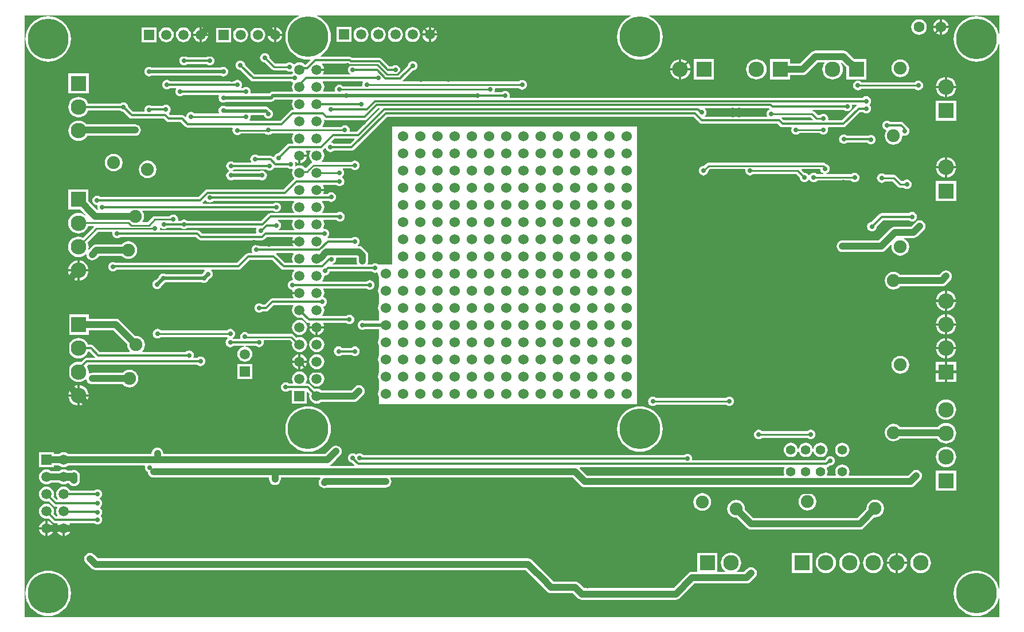
<source format=gbl>
G04*
G04 #@! TF.GenerationSoftware,Altium Limited,Altium Designer,19.1.7 (138)*
G04*
G04 Layer_Physical_Order=2*
G04 Layer_Color=16711680*
%FSLAX44Y44*%
%MOMM*%
G71*
G01*
G75*
%ADD11C,0.2500*%
%ADD13C,0.2540*%
%ADD15C,0.3000*%
%ADD69C,1.9000*%
%ADD82C,0.5000*%
%ADD83C,1.0000*%
%ADD86C,1.5000*%
%ADD87R,1.5000X1.5000*%
%ADD88C,0.6000*%
%ADD89C,1.5240*%
%ADD90C,2.3000*%
%ADD91R,2.3000X2.3000*%
%ADD92R,2.3000X2.3000*%
%ADD93C,1.4000*%
%ADD94C,1.6000*%
%ADD95C,6.0000*%
%ADD96R,1.5000X1.5000*%
%ADD97C,0.7000*%
G36*
X1440000Y862322D02*
X1438730Y862171D01*
X1437959Y865384D01*
X1435941Y870256D01*
X1433186Y874752D01*
X1429761Y878761D01*
X1425751Y882186D01*
X1421256Y884941D01*
X1416384Y886959D01*
X1411257Y888190D01*
X1406000Y888603D01*
X1400743Y888190D01*
X1395616Y886959D01*
X1390744Y884941D01*
X1386248Y882186D01*
X1382238Y878761D01*
X1378814Y874752D01*
X1376059Y870256D01*
X1374041Y865384D01*
X1372810Y860257D01*
X1372396Y855000D01*
X1372810Y849743D01*
X1374041Y844616D01*
X1376059Y839744D01*
X1378814Y835248D01*
X1382238Y831238D01*
X1386248Y827814D01*
X1390744Y825059D01*
X1395616Y823041D01*
X1400743Y821810D01*
X1406000Y821396D01*
X1411257Y821810D01*
X1416384Y823041D01*
X1421256Y825059D01*
X1425751Y827814D01*
X1429761Y831238D01*
X1433186Y835248D01*
X1435941Y839744D01*
X1437959Y844616D01*
X1438730Y847828D01*
X1440000Y847678D01*
Y42322D01*
X1438730Y42172D01*
X1437959Y45384D01*
X1435941Y50256D01*
X1433186Y54752D01*
X1429761Y58761D01*
X1425751Y62186D01*
X1421256Y64941D01*
X1416384Y66959D01*
X1411257Y68190D01*
X1406000Y68603D01*
X1400743Y68190D01*
X1395616Y66959D01*
X1390744Y64941D01*
X1386248Y62186D01*
X1382238Y58761D01*
X1378814Y54752D01*
X1376059Y50256D01*
X1374041Y45384D01*
X1372810Y40257D01*
X1372396Y35000D01*
X1372810Y29743D01*
X1374041Y24616D01*
X1376059Y19744D01*
X1378814Y15248D01*
X1382238Y11239D01*
X1386248Y7814D01*
X1390744Y5059D01*
X1395616Y3041D01*
X1400743Y1810D01*
X1406000Y1396D01*
X1411257Y1810D01*
X1416384Y3041D01*
X1421256Y5059D01*
X1425751Y7814D01*
X1429761Y11239D01*
X1433186Y15248D01*
X1435941Y19744D01*
X1437959Y24616D01*
X1438730Y27828D01*
X1440000Y27678D01*
Y0D01*
X0D01*
Y890000D01*
X405397D01*
X405649Y888730D01*
X403744Y887941D01*
X399248Y885186D01*
X395239Y881761D01*
X391814Y877752D01*
X389059Y873256D01*
X387041Y868384D01*
X385810Y863257D01*
X385396Y858000D01*
X385810Y852743D01*
X387041Y847616D01*
X389059Y842744D01*
X391814Y838248D01*
X395239Y834239D01*
X399248Y830814D01*
X403744Y828059D01*
X408616Y826041D01*
X413743Y824810D01*
X419000Y824396D01*
X421864Y824622D01*
X422395Y823468D01*
X415688Y816761D01*
X414400Y816813D01*
X414145Y817145D01*
X411847Y818908D01*
X409172Y820017D01*
X406300Y820395D01*
X403428Y820017D01*
X400753Y818908D01*
X398993Y817558D01*
X397514Y817637D01*
X397312Y817742D01*
X396831Y818369D01*
X395368Y819491D01*
X393666Y820197D01*
X391838Y820437D01*
X390011Y820197D01*
X388308Y819491D01*
X386846Y818369D01*
X386731Y818220D01*
X370629D01*
X362036Y826813D01*
X362060Y827000D01*
X361820Y828827D01*
X361115Y830530D01*
X359992Y831992D01*
X358530Y833114D01*
X356827Y833820D01*
X355000Y834060D01*
X353173Y833820D01*
X351470Y833114D01*
X350008Y831992D01*
X348885Y830530D01*
X348180Y828827D01*
X347940Y827000D01*
X348180Y825173D01*
X348885Y823470D01*
X350008Y822008D01*
X351470Y820885D01*
X353173Y820180D01*
X355000Y819940D01*
X355187Y819964D01*
X365199Y809952D01*
X366770Y808902D01*
X368623Y808534D01*
X386731D01*
X386846Y808384D01*
X388308Y807262D01*
X390011Y806557D01*
X391838Y806316D01*
X393666Y806557D01*
X394253Y806800D01*
X395583Y806428D01*
X396253Y804812D01*
X395612Y803172D01*
X395469Y803113D01*
X394144Y802096D01*
X340113D01*
X326038Y816172D01*
X325820Y817827D01*
X325115Y819530D01*
X323992Y820992D01*
X322530Y822114D01*
X320827Y822820D01*
X319000Y823060D01*
X317173Y822820D01*
X315470Y822114D01*
X314008Y820992D01*
X312885Y819530D01*
X312180Y817827D01*
X311940Y816000D01*
X312180Y814173D01*
X312885Y812470D01*
X314008Y811008D01*
X315470Y809885D01*
X317173Y809180D01*
X318828Y808962D01*
X334397Y793394D01*
X336051Y792289D01*
X338002Y791900D01*
X394144D01*
X395469Y790884D01*
X396018Y790656D01*
X396265Y790214D01*
X396534Y789068D01*
X395583Y786772D01*
X395205Y783900D01*
X395583Y781029D01*
X396692Y778353D01*
X396765Y778257D01*
X396203Y777118D01*
X367163D01*
X364822Y776652D01*
X362838Y775326D01*
X361629Y774118D01*
X334525D01*
X334195Y774611D01*
X333848Y775388D01*
X334060Y777000D01*
X333820Y778827D01*
X333115Y780530D01*
X331992Y781992D01*
X330530Y783114D01*
X328827Y783820D01*
X327000Y784060D01*
X325173Y783820D01*
X323470Y783114D01*
X322145Y782098D01*
X320809D01*
X320183Y783368D01*
X320491Y783770D01*
X321196Y785472D01*
X321437Y787300D01*
X321196Y789127D01*
X320491Y790830D01*
X319369Y792292D01*
X317906Y793414D01*
X316204Y794119D01*
X314376Y794360D01*
X312549Y794119D01*
X310846Y793414D01*
X309521Y792398D01*
X215355D01*
X214030Y793414D01*
X212327Y794119D01*
X210500Y794360D01*
X208673Y794119D01*
X206970Y793414D01*
X205507Y792292D01*
X204385Y790830D01*
X203680Y789127D01*
X203440Y787300D01*
X203680Y785472D01*
X204385Y783770D01*
X205507Y782307D01*
X206970Y781185D01*
X208673Y780480D01*
X210500Y780239D01*
X212327Y780480D01*
X214030Y781185D01*
X215355Y782202D01*
X223567D01*
X224194Y780932D01*
X223885Y780530D01*
X223180Y778827D01*
X222940Y777000D01*
X223180Y775173D01*
X223885Y773470D01*
X225008Y772008D01*
X226470Y770885D01*
X228173Y770180D01*
X230000Y769940D01*
X231827Y770180D01*
X233530Y770885D01*
X234855Y771902D01*
X286573D01*
X287421Y770632D01*
X287088Y769827D01*
X286847Y768000D01*
X287088Y766173D01*
X287793Y764470D01*
X288915Y763008D01*
X290378Y761886D01*
X292080Y761180D01*
X293908Y760940D01*
X295735Y761180D01*
X297430Y761882D01*
X364163D01*
X366504Y762348D01*
X368489Y763674D01*
X369697Y764883D01*
X395867D01*
X396511Y763613D01*
X395583Y761372D01*
X395205Y758500D01*
X395583Y755629D01*
X396692Y752953D01*
X397907Y751368D01*
X397281Y750098D01*
X396000D01*
X394049Y749710D01*
X392395Y748605D01*
X377888Y734098D01*
X332767D01*
X332271Y735368D01*
X333114Y736468D01*
X333820Y738170D01*
X334060Y739998D01*
X333914Y741110D01*
X334854Y742380D01*
X353153D01*
X353180Y742173D01*
X353885Y740470D01*
X355008Y739008D01*
X356470Y737886D01*
X358173Y737180D01*
X360000Y736940D01*
X361827Y737180D01*
X363530Y737886D01*
X364992Y739008D01*
X366115Y740470D01*
X366820Y742173D01*
X367060Y744000D01*
X366820Y745827D01*
X366115Y747530D01*
X364992Y748992D01*
X363530Y750115D01*
X362756Y750435D01*
X361828Y751824D01*
X360828Y752824D01*
X358843Y754150D01*
X356502Y754615D01*
X297743D01*
X297344Y754922D01*
X295641Y755627D01*
X293814Y755868D01*
X291986Y755627D01*
X290283Y754922D01*
X288821Y753800D01*
X287699Y752337D01*
X286994Y750635D01*
X286753Y748807D01*
X286994Y746980D01*
X287456Y745863D01*
X286724Y744593D01*
X251299D01*
X250992Y744992D01*
X249530Y746115D01*
X247827Y746820D01*
X246000Y747060D01*
X244173Y746820D01*
X242470Y746115D01*
X241007Y744992D01*
X239886Y743530D01*
X239180Y741827D01*
X238947Y740058D01*
X238770Y739928D01*
X237727Y739483D01*
X236605Y740605D01*
X234951Y741710D01*
X233000Y742098D01*
X215112D01*
X213378Y743831D01*
X213461Y745098D01*
X213992Y745506D01*
X215114Y746968D01*
X215820Y748671D01*
X216060Y750498D01*
X215820Y752326D01*
X215114Y754029D01*
X213992Y755491D01*
X212530Y756613D01*
X210827Y757318D01*
X209000Y757559D01*
X207173Y757318D01*
X205470Y756613D01*
X204145Y755596D01*
X188205D01*
X187530Y756115D01*
X185827Y756820D01*
X184000Y757060D01*
X182173Y756820D01*
X180470Y756115D01*
X179007Y754992D01*
X177885Y753530D01*
X177180Y751827D01*
X176940Y750000D01*
X177155Y748368D01*
X176905Y747731D01*
X176482Y747098D01*
X160613D01*
X153438Y754274D01*
X153220Y755929D01*
X152514Y757632D01*
X151392Y759094D01*
X149930Y760216D01*
X148227Y760922D01*
X146400Y761162D01*
X144572Y760922D01*
X142870Y760216D01*
X141545Y759200D01*
X94129D01*
X93926Y759870D01*
X92533Y762476D01*
X90658Y764760D01*
X88374Y766634D01*
X85768Y768027D01*
X82941Y768885D01*
X80000Y769174D01*
X77060Y768885D01*
X74232Y768027D01*
X71626Y766634D01*
X69342Y764760D01*
X67468Y762476D01*
X66075Y759870D01*
X65217Y757042D01*
X64928Y754102D01*
X65217Y751161D01*
X66075Y748334D01*
X67468Y745728D01*
X69342Y743444D01*
X71626Y741570D01*
X74232Y740177D01*
X77060Y739319D01*
X80000Y739029D01*
X82941Y739319D01*
X85768Y740177D01*
X88374Y741570D01*
X90658Y743444D01*
X92533Y745728D01*
X93926Y748334D01*
X94129Y749004D01*
X141545D01*
X142870Y747988D01*
X144572Y747282D01*
X146228Y747064D01*
X154897Y738395D01*
X156551Y737290D01*
X158502Y736902D01*
X205888D01*
X209395Y733395D01*
X211049Y732290D01*
X213000Y731902D01*
X230888D01*
X237395Y725395D01*
X239049Y724290D01*
X241000Y723902D01*
X307223D01*
X307993Y722632D01*
X307556Y721578D01*
X307316Y719751D01*
X307556Y717924D01*
X308262Y716221D01*
X309384Y714759D01*
X310846Y713636D01*
X312549Y712931D01*
X314376Y712691D01*
X316204Y712931D01*
X317906Y713636D01*
X319369Y714759D01*
X319483Y714908D01*
X355137D01*
X356470Y713885D01*
X358173Y713180D01*
X360000Y712940D01*
X361827Y713180D01*
X363530Y713885D01*
X364992Y715008D01*
X365107Y715157D01*
X396721D01*
X397283Y714018D01*
X396692Y713248D01*
X395583Y710572D01*
X395205Y707700D01*
X395583Y704828D01*
X396692Y702153D01*
X397394Y701237D01*
X396832Y700098D01*
X391249D01*
X389298Y699710D01*
X387644Y698605D01*
X375077Y686038D01*
X373422Y685820D01*
X371719Y685115D01*
X370257Y683992D01*
X369134Y682530D01*
X368429Y680827D01*
X368405Y680641D01*
X367202Y680233D01*
X366830Y680605D01*
X365176Y681710D01*
X363225Y682098D01*
X345478D01*
X344153Y683114D01*
X342450Y683820D01*
X340623Y684060D01*
X338796Y683820D01*
X337093Y683114D01*
X335631Y681992D01*
X334509Y680530D01*
X333803Y678827D01*
X333563Y677000D01*
X333803Y675173D01*
X334509Y673470D01*
X334687Y673237D01*
X334126Y672098D01*
X309855D01*
X308530Y673114D01*
X306827Y673820D01*
X305000Y674060D01*
X303173Y673820D01*
X301470Y673114D01*
X300008Y671992D01*
X298885Y670530D01*
X298180Y668827D01*
X297940Y667000D01*
X298180Y665173D01*
X298885Y663470D01*
X300008Y662008D01*
X301470Y660885D01*
X301949Y660687D01*
Y659312D01*
X301468Y659113D01*
X300006Y657991D01*
X298884Y656529D01*
X298179Y654826D01*
X297938Y652999D01*
X298179Y651171D01*
X298884Y649468D01*
X300006Y648006D01*
X301468Y646884D01*
X303171Y646179D01*
X304998Y645938D01*
X306826Y646179D01*
X308521Y646881D01*
X347600D01*
X349296Y646179D01*
X351123Y645938D01*
X352950Y646179D01*
X354653Y646884D01*
X356115Y648006D01*
X357238Y649468D01*
X357943Y651171D01*
X358184Y652999D01*
X357943Y654826D01*
X357238Y656529D01*
X356115Y657991D01*
X354653Y659113D01*
X352950Y659818D01*
X351123Y660059D01*
X349296Y659818D01*
X347600Y659116D01*
X308521D01*
X308049Y659312D01*
Y660686D01*
X308530Y660885D01*
X309855Y661902D01*
X357145D01*
X358470Y660885D01*
X360173Y660180D01*
X362000Y659940D01*
X363827Y660180D01*
X365530Y660885D01*
X366992Y662008D01*
X368115Y663470D01*
X368645Y664751D01*
X368774Y664790D01*
X370725Y664402D01*
X388145D01*
X389470Y663386D01*
X391173Y662681D01*
X393000Y662440D01*
X394827Y662681D01*
X395575Y662990D01*
X396507Y662001D01*
X395583Y659772D01*
X395205Y656900D01*
X395583Y654028D01*
X396692Y651353D01*
X398226Y649353D01*
X398231Y647829D01*
X397895Y647605D01*
X382888Y632598D01*
X270893D01*
X268943Y632210D01*
X267289Y631105D01*
X257282Y621098D01*
X112355D01*
X111030Y622114D01*
X109327Y622820D01*
X107500Y623060D01*
X105673Y622820D01*
X103970Y622114D01*
X102507Y620993D01*
X101385Y619530D01*
X100680Y617827D01*
X100440Y616000D01*
X100680Y614173D01*
X101385Y612470D01*
X102507Y611008D01*
X103970Y609885D01*
X105673Y609180D01*
X107140Y608987D01*
X107702Y608551D01*
X108123Y607741D01*
X107940Y606352D01*
X108180Y604524D01*
X108697Y603277D01*
X108237Y602121D01*
X108010Y601876D01*
X107570Y601804D01*
X94750Y614624D01*
Y632499D01*
X64750D01*
Y602499D01*
X82626D01*
X89936Y595189D01*
X89082Y594247D01*
X88124Y595033D01*
X85518Y596426D01*
X82691Y597284D01*
X79750Y597573D01*
X76810Y597284D01*
X73982Y596426D01*
X71376Y595033D01*
X69092Y593159D01*
X67218Y590875D01*
X65825Y588269D01*
X64967Y585441D01*
X64678Y582501D01*
X64967Y579560D01*
X65825Y576733D01*
X67218Y574127D01*
X69092Y571843D01*
X71376Y569968D01*
X73982Y568576D01*
X76810Y567718D01*
X79750Y567428D01*
X82691Y567718D01*
X85518Y568576D01*
X88124Y569968D01*
X90408Y571843D01*
X92282Y574127D01*
X93675Y576733D01*
X94183Y578407D01*
X102013D01*
X102539Y577137D01*
X86371Y560969D01*
X85518Y561425D01*
X82691Y562282D01*
X79750Y562572D01*
X76810Y562282D01*
X73982Y561425D01*
X71376Y560032D01*
X69092Y558157D01*
X67218Y555873D01*
X65825Y553268D01*
X64967Y550440D01*
X64678Y547500D01*
X64967Y544559D01*
X65825Y541731D01*
X67218Y539126D01*
X69092Y536842D01*
X71376Y534967D01*
X73982Y533574D01*
X76810Y532717D01*
X79750Y532427D01*
X82691Y532717D01*
X85518Y533574D01*
X88124Y534967D01*
X90240Y536704D01*
X90842Y536530D01*
X91441Y536099D01*
X91428Y536000D01*
X91721Y533781D01*
X92577Y531713D01*
X93939Y529938D01*
X95715Y528575D01*
X97783Y527719D01*
X100002Y527427D01*
X102221Y527719D01*
X104288Y528575D01*
X106064Y529938D01*
X110061Y533935D01*
X110238Y533958D01*
X143669D01*
X144228Y533228D01*
X146944Y531145D01*
X150106Y529835D01*
X153500Y529388D01*
X156894Y529835D01*
X160056Y531145D01*
X162772Y533228D01*
X164856Y535944D01*
X166166Y539106D01*
X166612Y542500D01*
X166166Y545894D01*
X164856Y549056D01*
X162772Y551772D01*
X160056Y553856D01*
X156894Y555165D01*
X153500Y555612D01*
X150106Y555165D01*
X146944Y553856D01*
X144228Y551772D01*
X143717Y551105D01*
X106533D01*
X106533Y551105D01*
X104314Y550813D01*
X102247Y549956D01*
X100471Y548594D01*
X95610Y543732D01*
X94487Y544405D01*
X94533Y544559D01*
X94823Y547500D01*
X94533Y550440D01*
X93675Y553268D01*
X93220Y554120D01*
X108507Y569407D01*
X129161D01*
X130090Y568137D01*
X129940Y566998D01*
X130180Y565171D01*
X130885Y563468D01*
X132008Y562006D01*
X133470Y560884D01*
X135173Y560178D01*
X137000Y559938D01*
X138827Y560178D01*
X140530Y560884D01*
X141535Y561655D01*
X253353D01*
X256612Y558395D01*
X258266Y557290D01*
X260217Y556902D01*
X350607D01*
X352557Y557290D01*
X354211Y558395D01*
X357718Y561902D01*
X396087D01*
X396602Y560632D01*
X395583Y558172D01*
X395435Y557050D01*
X406300D01*
Y553550D01*
X395435D01*
X395583Y552429D01*
X396692Y549753D01*
X397087Y549237D01*
X396525Y548098D01*
X347230D01*
X345905Y549115D01*
X344202Y549820D01*
X342375Y550061D01*
X340548Y549820D01*
X338845Y549115D01*
X337383Y547993D01*
X336260Y546530D01*
X335555Y544828D01*
X335315Y543000D01*
X335555Y541173D01*
X336260Y539470D01*
X336439Y539237D01*
X335878Y538098D01*
X330600D01*
X328649Y537710D01*
X326995Y536605D01*
X313888Y523498D01*
X135334D01*
X134530Y524114D01*
X132827Y524820D01*
X131000Y525060D01*
X129173Y524820D01*
X127470Y524114D01*
X126007Y522993D01*
X124886Y521530D01*
X124180Y519827D01*
X123940Y518000D01*
X124180Y516173D01*
X124886Y514470D01*
X126007Y513008D01*
X127470Y511885D01*
X129173Y511180D01*
X131000Y510940D01*
X132827Y511180D01*
X134530Y511885D01*
X135992Y513008D01*
X136218Y513302D01*
X265628D01*
X266059Y512032D01*
X266007Y511992D01*
X264886Y510530D01*
X264183Y508835D01*
X263165Y507817D01*
X261477Y507118D01*
X208523D01*
X206827Y507820D01*
X205000Y508060D01*
X203173Y507820D01*
X201470Y507114D01*
X200008Y505992D01*
X198885Y504530D01*
X198183Y502835D01*
X194165Y498817D01*
X192470Y498115D01*
X191007Y496992D01*
X189886Y495530D01*
X189180Y493827D01*
X188940Y492000D01*
X189180Y490173D01*
X189886Y488470D01*
X191007Y487008D01*
X192470Y485886D01*
X194173Y485180D01*
X196000Y484940D01*
X197827Y485180D01*
X199530Y485886D01*
X200992Y487008D01*
X202115Y488470D01*
X202817Y490165D01*
X206835Y494183D01*
X208523Y494882D01*
X261477D01*
X263173Y494180D01*
X265000Y493940D01*
X266827Y494180D01*
X268530Y494885D01*
X269992Y496007D01*
X271115Y497470D01*
X271817Y499165D01*
X272835Y500183D01*
X274530Y500886D01*
X275992Y502008D01*
X277115Y503470D01*
X277820Y505173D01*
X278060Y507000D01*
X277820Y508827D01*
X277115Y510530D01*
X275992Y511992D01*
X275941Y512032D01*
X276372Y513302D01*
X316000D01*
X317951Y513690D01*
X319605Y514795D01*
X332712Y527902D01*
X366137D01*
X379244Y514795D01*
X380898Y513690D01*
X382849Y513302D01*
X397765D01*
X398214Y512032D01*
X396692Y510047D01*
X395583Y507372D01*
X395205Y504500D01*
X395583Y501628D01*
X396561Y499268D01*
X396162Y498409D01*
X395796Y498033D01*
X394173Y497820D01*
X392470Y497114D01*
X391007Y495993D01*
X389885Y494530D01*
X389180Y492827D01*
X388940Y491000D01*
X389180Y489173D01*
X389885Y487470D01*
X391007Y486008D01*
X392470Y484885D01*
X394173Y484180D01*
X395074Y484062D01*
X395882Y482693D01*
X395583Y481972D01*
X395435Y480850D01*
X406300D01*
Y477350D01*
X395435D01*
X395583Y476228D01*
X396692Y473553D01*
X397601Y472368D01*
X396974Y471098D01*
X366000D01*
X364049Y470710D01*
X362395Y469605D01*
X354888Y462098D01*
X351505D01*
X350180Y463115D01*
X348477Y463820D01*
X346650Y464060D01*
X344822Y463820D01*
X343120Y463115D01*
X341657Y461992D01*
X340535Y460530D01*
X339830Y458827D01*
X339589Y457000D01*
X339830Y455173D01*
X340535Y453470D01*
X341657Y452008D01*
X343120Y450886D01*
X344822Y450180D01*
X346650Y449940D01*
X348477Y450180D01*
X350180Y450886D01*
X351505Y451902D01*
X357000D01*
X358951Y452290D01*
X360605Y453395D01*
X368112Y460902D01*
X396525D01*
X397087Y459763D01*
X396692Y459248D01*
X395583Y456572D01*
X395205Y453700D01*
X395583Y450829D01*
X396692Y448153D01*
X398455Y445855D01*
X400753Y444092D01*
X403428Y442983D01*
X406300Y442605D01*
X409172Y442983D01*
X409621Y443169D01*
X416395Y436395D01*
X418049Y435290D01*
X420000Y434902D01*
X421487D01*
X422002Y433632D01*
X420983Y431172D01*
X420835Y430050D01*
X431700D01*
X442565D01*
X442417Y431172D01*
X441398Y433632D01*
X441913Y434902D01*
X475145D01*
X476470Y433885D01*
X478173Y433180D01*
X480000Y432940D01*
X481827Y433180D01*
X483530Y433885D01*
X484992Y435008D01*
X486115Y436470D01*
X486820Y438173D01*
X487060Y440000D01*
X486820Y441827D01*
X486115Y443530D01*
X484992Y444992D01*
X483530Y446115D01*
X481827Y446820D01*
X480000Y447060D01*
X478173Y446820D01*
X476470Y446115D01*
X475145Y445098D01*
X440565D01*
X439939Y446368D01*
X441309Y448153D01*
X442417Y450829D01*
X442795Y453700D01*
X442417Y456572D01*
X441822Y458007D01*
X442560Y459546D01*
X443380Y459885D01*
X444842Y461008D01*
X445964Y462470D01*
X446670Y464173D01*
X446910Y466000D01*
X446670Y467827D01*
X445964Y469530D01*
X444842Y470993D01*
X443380Y472114D01*
X442186Y472609D01*
X442010Y472798D01*
X441576Y473797D01*
X441543Y474118D01*
X442417Y476228D01*
X442795Y479100D01*
X442417Y481972D01*
X441309Y484647D01*
X441220Y484763D01*
X441782Y485902D01*
X505145D01*
X506470Y484885D01*
X508173Y484180D01*
X510000Y483940D01*
X511827Y484180D01*
X513530Y484885D01*
X514992Y486008D01*
X516115Y487470D01*
X516820Y489173D01*
X517060Y491000D01*
X516820Y492827D01*
X516115Y494530D01*
X514992Y495993D01*
X513530Y497114D01*
X511827Y497820D01*
X510000Y498060D01*
X508173Y497820D01*
X506470Y497114D01*
X505145Y496098D01*
X440719D01*
X440093Y497368D01*
X441309Y498953D01*
X442417Y501628D01*
X442706Y503828D01*
X443888Y504953D01*
X443999Y504939D01*
X445826Y505179D01*
X447529Y505885D01*
X448992Y507006D01*
X450114Y508469D01*
X450819Y510172D01*
X450915Y510902D01*
X513145D01*
X514470Y509885D01*
X516173Y509180D01*
X518000Y508940D01*
X519827Y509180D01*
X521129Y509720D01*
X522318Y509013D01*
X522184Y508000D01*
X522566Y505097D01*
X523687Y502392D01*
X524000Y501984D01*
Y488616D01*
X523687Y488208D01*
X522566Y485503D01*
X522184Y482600D01*
X522566Y479697D01*
X523687Y476992D01*
X524000Y476584D01*
Y463216D01*
X523687Y462808D01*
X522566Y460103D01*
X522184Y457200D01*
X522566Y454297D01*
X523687Y451592D01*
X524000Y451184D01*
Y437918D01*
X502523D01*
X500827Y438620D01*
X499000Y438860D01*
X497173Y438620D01*
X495470Y437915D01*
X494007Y436792D01*
X492886Y435330D01*
X492180Y433627D01*
X491940Y431800D01*
X492180Y429973D01*
X492886Y428270D01*
X494007Y426808D01*
X495470Y425686D01*
X497173Y424980D01*
X499000Y424740D01*
X500827Y424980D01*
X502523Y425682D01*
X524000D01*
Y412416D01*
X523687Y412008D01*
X522566Y409303D01*
X522184Y406400D01*
X522566Y403497D01*
X523687Y400792D01*
X524000Y400384D01*
Y387016D01*
X523687Y386608D01*
X522566Y383903D01*
X522184Y381000D01*
X522566Y378097D01*
X523687Y375392D01*
X524000Y374984D01*
Y361616D01*
X523687Y361208D01*
X522566Y358503D01*
X522184Y355600D01*
X522566Y352697D01*
X523687Y349992D01*
X524000Y349584D01*
Y336216D01*
X523687Y335808D01*
X522566Y333103D01*
X522184Y330200D01*
X522566Y327297D01*
X523687Y324592D01*
X524000Y324184D01*
Y315000D01*
X905000Y315000D01*
Y725000D01*
X543000D01*
Y521000D01*
X524000D01*
X524000Y521000D01*
X522791Y521147D01*
X521530Y522114D01*
X519827Y522820D01*
X518000Y523060D01*
X516173Y522820D01*
X514470Y522114D01*
X513145Y521098D01*
X507469D01*
X506696Y522368D01*
X507281Y523781D01*
X507573Y526000D01*
Y535000D01*
X507281Y537219D01*
X506425Y539287D01*
X505062Y541062D01*
X500062Y546062D01*
X498287Y547425D01*
X496219Y548281D01*
X494000Y548573D01*
X492668D01*
X492237Y549843D01*
X492842Y550308D01*
X493964Y551770D01*
X494670Y553473D01*
X494910Y555300D01*
X494670Y557127D01*
X493964Y558830D01*
X492842Y560293D01*
X491380Y561414D01*
X489677Y562120D01*
X487850Y562360D01*
X486023Y562120D01*
X484320Y561414D01*
X482995Y560398D01*
X448000D01*
X447974Y560393D01*
X447436Y561581D01*
X447992Y562008D01*
X449114Y563470D01*
X449820Y565173D01*
X450060Y567000D01*
X449820Y568827D01*
X449114Y570530D01*
X447992Y571992D01*
X446530Y573115D01*
X444827Y573820D01*
X443000Y574060D01*
X441967Y573924D01*
X441279Y575115D01*
X441309Y575153D01*
X442417Y577828D01*
X442795Y580700D01*
X442417Y583572D01*
X441480Y585832D01*
X442113Y587102D01*
X460935D01*
X461008Y587008D01*
X462470Y585886D01*
X464173Y585180D01*
X466000Y584940D01*
X467827Y585180D01*
X469530Y585886D01*
X470993Y587008D01*
X472114Y588470D01*
X472820Y590173D01*
X473060Y592000D01*
X472820Y593827D01*
X472114Y595530D01*
X470993Y596992D01*
X469530Y598115D01*
X467827Y598820D01*
X466000Y599060D01*
X464173Y598820D01*
X462470Y598115D01*
X461406Y597298D01*
X440235D01*
X439786Y598568D01*
X441309Y600553D01*
X442417Y603228D01*
X442795Y606100D01*
X442417Y608972D01*
X441309Y611647D01*
X439786Y613632D01*
X440235Y614902D01*
X449448D01*
X449470Y614885D01*
X451173Y614180D01*
X453000Y613940D01*
X454827Y614180D01*
X456530Y614885D01*
X457993Y616008D01*
X459114Y617470D01*
X459820Y619173D01*
X460060Y621000D01*
X459820Y622827D01*
X459114Y624530D01*
X457993Y625992D01*
X456530Y627114D01*
X454827Y627820D01*
X453000Y628060D01*
X451173Y627820D01*
X449470Y627114D01*
X448008Y625992D01*
X447321Y625098D01*
X442113D01*
X441480Y626368D01*
X442417Y628629D01*
X442565Y629750D01*
X431700D01*
Y633250D01*
X442565D01*
X442417Y634372D01*
X441309Y637048D01*
X440759Y637763D01*
X441321Y638902D01*
X460645D01*
X461970Y637886D01*
X463672Y637180D01*
X465500Y636940D01*
X467327Y637180D01*
X469030Y637886D01*
X470492Y639008D01*
X471614Y640470D01*
X472320Y642173D01*
X472560Y644000D01*
X472320Y645827D01*
X471614Y647530D01*
X470492Y648992D01*
X469483Y649767D01*
X469363Y651082D01*
X469444Y651318D01*
X470213Y651908D01*
X471335Y653370D01*
X472041Y655073D01*
X472281Y656900D01*
X472041Y658727D01*
X471335Y660430D01*
X470213Y661892D01*
X470025Y662037D01*
X470456Y663307D01*
X482778D01*
X483008Y663008D01*
X484470Y661886D01*
X486173Y661180D01*
X488000Y660940D01*
X489827Y661180D01*
X491530Y661886D01*
X492992Y663008D01*
X494114Y664470D01*
X494820Y666173D01*
X495060Y668000D01*
X494820Y669827D01*
X494114Y671530D01*
X492992Y672992D01*
X491530Y674115D01*
X489827Y674820D01*
X488000Y675060D01*
X486173Y674820D01*
X484470Y674115D01*
X483008Y672993D01*
X439616D01*
X439208Y674196D01*
X439545Y674455D01*
X441309Y676753D01*
X442417Y679428D01*
X442795Y682300D01*
X442417Y685172D01*
X441309Y687848D01*
X440325Y689129D01*
X440305Y689191D01*
X440667Y690769D01*
X441605Y691395D01*
X443800Y693590D01*
X445141Y693135D01*
X445180Y692834D01*
X445886Y691131D01*
X447008Y689669D01*
X448470Y688547D01*
X450173Y687841D01*
X452000Y687601D01*
X453827Y687841D01*
X455530Y688547D01*
X456855Y689563D01*
X483046D01*
X484997Y689951D01*
X486651Y691056D01*
X535583Y739989D01*
X987888D01*
X996982Y730895D01*
X998636Y729790D01*
X1000587Y729402D01*
X1112388D01*
X1115858Y725932D01*
X1117512Y724827D01*
X1119463Y724439D01*
X1132179D01*
X1133028Y723169D01*
X1132679Y722326D01*
X1132438Y720498D01*
X1132679Y718671D01*
X1133384Y716968D01*
X1134506Y715506D01*
X1135968Y714384D01*
X1137671Y713679D01*
X1139498Y713438D01*
X1141326Y713679D01*
X1143028Y714384D01*
X1144491Y715506D01*
X1144605Y715655D01*
X1174643D01*
X1174758Y715506D01*
X1176220Y714384D01*
X1177923Y713679D01*
X1179750Y713438D01*
X1181578Y713679D01*
X1183280Y714384D01*
X1184743Y715506D01*
X1185865Y716968D01*
X1186570Y718671D01*
X1186811Y720498D01*
X1186570Y722326D01*
X1186221Y723169D01*
X1187069Y724439D01*
X1209537D01*
X1211488Y724827D01*
X1213142Y725932D01*
X1234112Y746902D01*
X1238329D01*
X1239654Y745885D01*
X1241357Y745180D01*
X1243184Y744940D01*
X1245011Y745180D01*
X1246714Y745885D01*
X1248176Y747008D01*
X1249298Y748470D01*
X1250004Y750173D01*
X1250244Y752000D01*
X1250004Y753827D01*
X1249298Y755530D01*
X1248176Y756992D01*
X1248344Y758465D01*
X1249115Y759470D01*
X1249820Y761173D01*
X1250060Y763000D01*
X1249820Y764827D01*
X1249115Y766530D01*
X1247992Y767992D01*
X1246530Y769115D01*
X1244827Y769820D01*
X1243000Y770060D01*
X1241173Y769820D01*
X1239470Y769115D01*
X1238147Y768100D01*
X717518D01*
X717101Y768724D01*
X716846Y769370D01*
X717060Y771000D01*
X716820Y772827D01*
X716115Y774530D01*
X714992Y775993D01*
X713530Y777114D01*
X711827Y777820D01*
X710000Y778060D01*
X708173Y777820D01*
X706470Y777114D01*
X705145Y776098D01*
X695037D01*
X694188Y777368D01*
X694521Y778173D01*
X694762Y780000D01*
X694606Y781187D01*
X695513Y782457D01*
X729663D01*
X730008Y782008D01*
X731470Y780885D01*
X733173Y780180D01*
X735000Y779940D01*
X736827Y780180D01*
X738530Y780885D01*
X739992Y782008D01*
X741115Y783470D01*
X741820Y785173D01*
X742060Y787000D01*
X741820Y788827D01*
X741115Y790530D01*
X739992Y791992D01*
X738530Y793114D01*
X736827Y793820D01*
X735000Y794060D01*
X733173Y793820D01*
X731470Y793114D01*
X730203Y792143D01*
X558930D01*
X558622Y793413D01*
X563900Y798690D01*
X564955Y799395D01*
X573522Y807962D01*
X575177Y808180D01*
X576880Y808885D01*
X578343Y810007D01*
X579465Y811470D01*
X580170Y813173D01*
X580410Y815000D01*
X580170Y816827D01*
X579465Y818530D01*
X578343Y819992D01*
X576880Y821115D01*
X575177Y821820D01*
X573350Y822060D01*
X571523Y821820D01*
X569820Y821115D01*
X568358Y819992D01*
X567236Y818530D01*
X566530Y816827D01*
X566312Y815172D01*
X558450Y807310D01*
X557395Y806605D01*
X552749Y801958D01*
X551861Y802057D01*
X551636Y802535D01*
X551506Y803320D01*
X552793Y804308D01*
X553914Y805770D01*
X554620Y807473D01*
X554860Y809300D01*
X554620Y811127D01*
X553914Y812830D01*
X552793Y814293D01*
X551330Y815415D01*
X549627Y816120D01*
X547800Y816360D01*
X545973Y816120D01*
X544270Y815415D01*
X542945Y814398D01*
X538812D01*
X527805Y825405D01*
X526151Y826510D01*
X524200Y826898D01*
X483916D01*
X483710Y827103D01*
X482057Y828208D01*
X480106Y828596D01*
X437472D01*
X437127Y829819D01*
X438752Y830814D01*
X442761Y834239D01*
X446186Y838248D01*
X448941Y842744D01*
X450959Y847616D01*
X452190Y852743D01*
X452604Y858000D01*
X452190Y863257D01*
X450959Y868384D01*
X448941Y873256D01*
X446186Y877752D01*
X442761Y881761D01*
X438752Y885186D01*
X434256Y887941D01*
X432351Y888730D01*
X432603Y890000D01*
X895397D01*
X895649Y888730D01*
X893744Y887941D01*
X889248Y885186D01*
X885239Y881761D01*
X881814Y877752D01*
X879059Y873256D01*
X877041Y868384D01*
X875810Y863257D01*
X875396Y858000D01*
X875810Y852743D01*
X877041Y847616D01*
X879059Y842744D01*
X881814Y838248D01*
X885239Y834239D01*
X889248Y830814D01*
X893744Y828059D01*
X898616Y826041D01*
X903743Y824810D01*
X909000Y824396D01*
X914257Y824810D01*
X919384Y826041D01*
X924256Y828059D01*
X928752Y830814D01*
X932761Y834239D01*
X936186Y838248D01*
X938941Y842744D01*
X940959Y847616D01*
X942190Y852743D01*
X942604Y858000D01*
X942190Y863257D01*
X940959Y868384D01*
X938941Y873256D01*
X936186Y877752D01*
X932761Y881761D01*
X928752Y885186D01*
X924256Y887941D01*
X922351Y888730D01*
X922603Y890000D01*
X1440000D01*
Y862322D01*
D02*
G37*
G36*
X478199Y818195D02*
X479853Y817090D01*
X481436Y816775D01*
X481585Y815462D01*
X481470Y815415D01*
X480008Y814293D01*
X478885Y812830D01*
X478180Y811127D01*
X477940Y809300D01*
X478180Y807473D01*
X478885Y805770D01*
X480008Y804308D01*
X481232Y803368D01*
X481049Y802385D01*
X480898Y802098D01*
X441475D01*
X440913Y803237D01*
X441309Y803753D01*
X442417Y806429D01*
X442565Y807550D01*
X431700D01*
Y811050D01*
X442565D01*
X442417Y812172D01*
X441309Y814847D01*
X439557Y817130D01*
X439618Y817614D01*
X439885Y818400D01*
X477994D01*
X478199Y818195D01*
D02*
G37*
G36*
X499804Y790632D02*
X499180Y789127D01*
X498940Y787300D01*
X499096Y786113D01*
X498189Y784843D01*
X470328D01*
X470213Y784992D01*
X468751Y786115D01*
X467048Y786820D01*
X465221Y787060D01*
X463393Y786820D01*
X461691Y786115D01*
X460228Y784992D01*
X459106Y783530D01*
X458401Y781827D01*
X458160Y780000D01*
X458373Y778388D01*
X458026Y777611D01*
X457696Y777118D01*
X441796D01*
X441235Y778257D01*
X441309Y778353D01*
X442417Y781029D01*
X442795Y783900D01*
X442417Y786772D01*
X441309Y789447D01*
X440400Y790632D01*
X441026Y791902D01*
X499298D01*
X499804Y790632D01*
D02*
G37*
G36*
X1229250Y757694D02*
X1228938Y755968D01*
X1228395Y755605D01*
X1207426Y734635D01*
X1187860D01*
X1186928Y735905D01*
X1187077Y737037D01*
X1186837Y738865D01*
X1186132Y740567D01*
X1185009Y742030D01*
X1183547Y743152D01*
X1181844Y743857D01*
X1180017Y744098D01*
X1178190Y743857D01*
X1176487Y743152D01*
X1175024Y742030D01*
X1174910Y741880D01*
X1171965D01*
X1166421Y747425D01*
X1164849Y748474D01*
X1164057Y748632D01*
X1164182Y749902D01*
X1210145D01*
X1211470Y748885D01*
X1213173Y748180D01*
X1215000Y747940D01*
X1216827Y748180D01*
X1218530Y748885D01*
X1219993Y750007D01*
X1221115Y751470D01*
X1221820Y753173D01*
X1222060Y755000D01*
X1221845Y756634D01*
X1222088Y757262D01*
X1222517Y757904D01*
X1229101D01*
X1229250Y757694D01*
D02*
G37*
G36*
X1100123Y751621D02*
X1099834Y750266D01*
X1099470Y750115D01*
X1098007Y748992D01*
X1096885Y747530D01*
X1096180Y745827D01*
X1095939Y744000D01*
X1096180Y742173D01*
X1096720Y740868D01*
X1096098Y739598D01*
X1005079D01*
X1004648Y740868D01*
X1004993Y741133D01*
X1006115Y742595D01*
X1006820Y744298D01*
X1007060Y746125D01*
X1006820Y747952D01*
X1006115Y749655D01*
X1004993Y751117D01*
X1004971Y751134D01*
X1005403Y752404D01*
X1099437D01*
X1100123Y751621D01*
D02*
G37*
G36*
X524627Y751230D02*
X490995Y717598D01*
X481093D01*
X480161Y718868D01*
X480310Y720000D01*
X480070Y721827D01*
X479365Y723530D01*
X478242Y724993D01*
X476780Y726115D01*
X475077Y726820D01*
X473250Y727060D01*
X471423Y726820D01*
X469720Y726115D01*
X468258Y724993D01*
X468143Y724843D01*
X440830D01*
X440204Y726113D01*
X441309Y727553D01*
X442417Y730229D01*
X442795Y733100D01*
X442614Y734471D01*
X443798Y735208D01*
X444049Y735040D01*
X446000Y734652D01*
X502385D01*
X504336Y735040D01*
X505990Y736145D01*
X522248Y752404D01*
X524141D01*
X524627Y751230D01*
D02*
G37*
G36*
X1164339Y735808D02*
X1163853Y734635D01*
X1121574D01*
X1118323Y737887D01*
X1118631Y739157D01*
X1160990D01*
X1164339Y735808D01*
D02*
G37*
G36*
X487404Y706229D02*
X480934Y699759D01*
X456855D01*
X455530Y700776D01*
X453827Y701481D01*
X453526Y701520D01*
X453071Y702861D01*
X457612Y707402D01*
X486918D01*
X487404Y706229D01*
D02*
G37*
G36*
X422794Y688763D02*
X422091Y687848D01*
X420983Y685172D01*
X420605Y682300D01*
X420983Y679428D01*
X422091Y676753D01*
X423855Y674455D01*
X424767Y673755D01*
X424782Y673713D01*
X424635Y672255D01*
X423616Y671575D01*
X423615Y671574D01*
X417025Y664985D01*
X417025Y664984D01*
X416151Y664110D01*
X414563Y664201D01*
X414145Y664745D01*
X411847Y666508D01*
X409172Y667617D01*
X406300Y667995D01*
X403428Y667617D01*
X400753Y666508D01*
X400693Y666463D01*
X399650Y667263D01*
X399820Y667673D01*
X400060Y669500D01*
X399820Y671328D01*
X399529Y672030D01*
X400572Y672830D01*
X400753Y672692D01*
X403428Y671583D01*
X404550Y671435D01*
Y682300D01*
X406300D01*
Y684050D01*
X417164D01*
X417017Y685172D01*
X415909Y687848D01*
X415206Y688763D01*
X415768Y689902D01*
X422232D01*
X422794Y688763D01*
D02*
G37*
G36*
X268312Y615913D02*
X269008Y615008D01*
X270470Y613886D01*
X272173Y613180D01*
X274000Y612940D01*
X275827Y613180D01*
X277530Y613886D01*
X278855Y614902D01*
X397765D01*
X398214Y613632D01*
X396692Y611647D01*
X395583Y608972D01*
X395205Y606100D01*
X395583Y603228D01*
X396692Y600553D01*
X398214Y598568D01*
X397765Y597298D01*
X363225D01*
X361274Y596910D01*
X359620Y595805D01*
X349638Y585823D01*
X240553D01*
X239228Y586839D01*
X237526Y587545D01*
X235698Y587785D01*
X233871Y587545D01*
X232168Y586839D01*
X230706Y585718D01*
X230614Y585598D01*
X227843D01*
X226911Y586868D01*
X227060Y588000D01*
X226820Y589827D01*
X226115Y591530D01*
X224992Y592992D01*
X223530Y594114D01*
X221827Y594820D01*
X220000Y595060D01*
X218173Y594820D01*
X216470Y594114D01*
X215007Y592992D01*
X214893Y592843D01*
X192750D01*
X192750Y592843D01*
X190896Y592474D01*
X189325Y591424D01*
X189325Y591424D01*
X181994Y584093D01*
X174871D01*
X174309Y585232D01*
X174856Y585944D01*
X176166Y589106D01*
X176612Y592500D01*
X176166Y595894D01*
X174856Y599056D01*
X174140Y599989D01*
X174702Y601128D01*
X366992D01*
X367007Y601108D01*
X368470Y599986D01*
X370173Y599280D01*
X372000Y599040D01*
X373827Y599280D01*
X375530Y599986D01*
X376992Y601108D01*
X378115Y602570D01*
X378820Y604273D01*
X379060Y606100D01*
X378820Y607927D01*
X378115Y609630D01*
X376992Y611092D01*
X375530Y612215D01*
X373827Y612920D01*
X372000Y613160D01*
X370173Y612920D01*
X368470Y612215D01*
X367309Y611324D01*
X263478D01*
X263197Y612594D01*
X266756Y616153D01*
X268312Y615913D01*
D02*
G37*
G36*
X342814Y574357D02*
X342180Y572827D01*
X341940Y571000D01*
X342180Y569173D01*
X342514Y568368D01*
X341665Y567098D01*
X262329D01*
X259069Y570358D01*
X257415Y571463D01*
X255464Y571851D01*
X200843D01*
X199911Y573121D01*
X200060Y574253D01*
X199996Y574739D01*
X200535Y575149D01*
X201195Y575364D01*
X202470Y574385D01*
X204173Y573680D01*
X206000Y573440D01*
X207827Y573680D01*
X209530Y574385D01*
X210855Y575402D01*
X231137D01*
X232168Y574611D01*
X233871Y573905D01*
X235698Y573665D01*
X237526Y573905D01*
X239228Y574611D01*
X240553Y575627D01*
X342323D01*
X342814Y574357D01*
D02*
G37*
G36*
X396520Y585832D02*
X395583Y583572D01*
X395205Y580700D01*
X395583Y577828D01*
X396692Y575153D01*
X398061Y573368D01*
X397435Y572098D01*
X376191D01*
X375833Y573368D01*
X376992Y574258D01*
X378115Y575720D01*
X378820Y577423D01*
X379060Y579250D01*
X378820Y581077D01*
X378115Y582780D01*
X376992Y584243D01*
X375530Y585365D01*
X374402Y585832D01*
X374654Y587102D01*
X395887D01*
X396520Y585832D01*
D02*
G37*
G36*
X397601Y536632D02*
X396692Y535448D01*
X395583Y532772D01*
X395205Y529900D01*
X395583Y527029D01*
X396520Y524768D01*
X395887Y523498D01*
X384961D01*
X371854Y536605D01*
X371813Y536632D01*
X372198Y537902D01*
X396974D01*
X397601Y536632D01*
D02*
G37*
G36*
X490427Y526000D02*
X490719Y523781D01*
X491304Y522368D01*
X490531Y521098D01*
X455533D01*
X455281Y522368D01*
X456530Y522886D01*
X457993Y524008D01*
X459114Y525470D01*
X459820Y527173D01*
X460060Y529000D01*
X459908Y530157D01*
X460829Y531427D01*
X490427D01*
Y526000D01*
D02*
G37*
%LPC*%
G36*
X1355250Y883869D02*
Y874250D01*
X1364869D01*
X1364704Y875502D01*
X1363545Y878299D01*
X1361702Y880702D01*
X1359299Y882545D01*
X1356502Y883704D01*
X1355250Y883869D01*
D02*
G37*
G36*
X1351750D02*
X1350498Y883704D01*
X1347700Y882545D01*
X1345298Y880702D01*
X1343455Y878299D01*
X1342296Y875502D01*
X1342131Y874250D01*
X1351750D01*
Y883869D01*
D02*
G37*
G36*
X600500Y872369D02*
Y863254D01*
X609615D01*
X609467Y864376D01*
X608358Y867052D01*
X606595Y869350D01*
X604297Y871113D01*
X601622Y872221D01*
X600500Y872369D01*
D02*
G37*
G36*
X597000D02*
X595878Y872221D01*
X593203Y871113D01*
X590905Y869350D01*
X589142Y867052D01*
X588033Y864376D01*
X587886Y863254D01*
X597000D01*
Y872369D01*
D02*
G37*
G36*
X371852Y871865D02*
Y862750D01*
X380966D01*
X380819Y863872D01*
X379710Y866548D01*
X377947Y868845D01*
X375649Y870609D01*
X372973Y871717D01*
X371852Y871865D01*
D02*
G37*
G36*
X368352D02*
X367230Y871717D01*
X364554Y870609D01*
X362257Y868845D01*
X360493Y866548D01*
X359385Y863872D01*
X359237Y862750D01*
X368352D01*
Y871865D01*
D02*
G37*
G36*
X262048D02*
Y862750D01*
X271163D01*
X271015Y863872D01*
X269907Y866548D01*
X268144Y868845D01*
X265846Y870609D01*
X263170Y871717D01*
X262048Y871865D01*
D02*
G37*
G36*
X258548D02*
X257427Y871717D01*
X254751Y870609D01*
X252453Y868845D01*
X250690Y866548D01*
X249581Y863872D01*
X249434Y862750D01*
X258548D01*
Y871865D01*
D02*
G37*
G36*
X1364869Y870750D02*
X1355250D01*
Y861131D01*
X1356502Y861296D01*
X1359299Y862455D01*
X1361702Y864298D01*
X1363545Y866700D01*
X1364704Y869498D01*
X1364869Y870750D01*
D02*
G37*
G36*
X1351750D02*
X1342131D01*
X1342296Y869498D01*
X1343455Y866700D01*
X1345298Y864298D01*
X1347700Y862455D01*
X1350498Y861296D01*
X1351750Y861131D01*
Y870750D01*
D02*
G37*
G36*
X1321000Y884099D02*
X1317998Y883704D01*
X1315200Y882545D01*
X1312798Y880702D01*
X1310955Y878299D01*
X1309796Y875502D01*
X1309401Y872500D01*
X1309796Y869498D01*
X1310955Y866700D01*
X1312798Y864298D01*
X1315200Y862455D01*
X1317998Y861296D01*
X1321000Y860901D01*
X1324002Y861296D01*
X1326799Y862455D01*
X1329202Y864298D01*
X1331045Y866700D01*
X1332204Y869498D01*
X1332599Y872500D01*
X1332204Y875502D01*
X1331045Y878299D01*
X1329202Y880702D01*
X1326799Y882545D01*
X1324002Y883704D01*
X1321000Y884099D01*
D02*
G37*
G36*
X609615Y859754D02*
X600500D01*
Y850640D01*
X601622Y850787D01*
X604297Y851896D01*
X606595Y853659D01*
X608358Y855957D01*
X609467Y858633D01*
X609615Y859754D01*
D02*
G37*
G36*
X597000D02*
X587886D01*
X588033Y858633D01*
X589142Y855957D01*
X590905Y853659D01*
X593203Y851896D01*
X595878Y850787D01*
X597000Y850640D01*
Y859754D01*
D02*
G37*
G36*
X482750Y872504D02*
X460750D01*
Y850504D01*
X482750D01*
Y872504D01*
D02*
G37*
G36*
X573350Y872599D02*
X570479Y872221D01*
X567803Y871113D01*
X565505Y869350D01*
X563742Y867052D01*
X562633Y864376D01*
X562255Y861504D01*
X562633Y858633D01*
X563742Y855957D01*
X565505Y853659D01*
X567803Y851896D01*
X570479Y850787D01*
X573350Y850409D01*
X576222Y850787D01*
X578898Y851896D01*
X581195Y853659D01*
X582958Y855957D01*
X584067Y858633D01*
X584445Y861504D01*
X584067Y864376D01*
X582958Y867052D01*
X581195Y869350D01*
X578898Y871113D01*
X576222Y872221D01*
X573350Y872599D01*
D02*
G37*
G36*
X547950D02*
X545079Y872221D01*
X542403Y871113D01*
X540105Y869350D01*
X538342Y867052D01*
X537233Y864376D01*
X536855Y861504D01*
X537233Y858633D01*
X538342Y855957D01*
X540105Y853659D01*
X542403Y851896D01*
X545079Y850787D01*
X547950Y850409D01*
X550822Y850787D01*
X553498Y851896D01*
X555795Y853659D01*
X557559Y855957D01*
X558667Y858633D01*
X559045Y861504D01*
X558667Y864376D01*
X557559Y867052D01*
X555795Y869350D01*
X553498Y871113D01*
X550822Y872221D01*
X547950Y872599D01*
D02*
G37*
G36*
X522550D02*
X519678Y872221D01*
X517003Y871113D01*
X514705Y869350D01*
X512942Y867052D01*
X511833Y864376D01*
X511455Y861504D01*
X511833Y858633D01*
X512942Y855957D01*
X514705Y853659D01*
X517003Y851896D01*
X519678Y850787D01*
X522550Y850409D01*
X525422Y850787D01*
X528097Y851896D01*
X530395Y853659D01*
X532159Y855957D01*
X533267Y858633D01*
X533645Y861504D01*
X533267Y864376D01*
X532159Y867052D01*
X530395Y869350D01*
X528097Y871113D01*
X525422Y872221D01*
X522550Y872599D01*
D02*
G37*
G36*
X497150D02*
X494278Y872221D01*
X491603Y871113D01*
X489305Y869350D01*
X487542Y867052D01*
X486433Y864376D01*
X486055Y861504D01*
X486433Y858633D01*
X487542Y855957D01*
X489305Y853659D01*
X491603Y851896D01*
X494278Y850787D01*
X497150Y850409D01*
X500022Y850787D01*
X502697Y851896D01*
X504995Y853659D01*
X506758Y855957D01*
X507867Y858633D01*
X508245Y861504D01*
X507867Y864376D01*
X506758Y867052D01*
X504995Y869350D01*
X502697Y871113D01*
X500022Y872221D01*
X497150Y872599D01*
D02*
G37*
G36*
X380966Y859250D02*
X371852D01*
Y850136D01*
X372973Y850283D01*
X375649Y851392D01*
X377947Y853155D01*
X379710Y855453D01*
X380819Y858129D01*
X380966Y859250D01*
D02*
G37*
G36*
X368352D02*
X359237D01*
X359385Y858129D01*
X360493Y855453D01*
X362257Y853155D01*
X364554Y851392D01*
X367230Y850283D01*
X368352Y850136D01*
Y859250D01*
D02*
G37*
G36*
X271163D02*
X262048D01*
Y850136D01*
X263170Y850283D01*
X265846Y851392D01*
X268144Y853155D01*
X269907Y855453D01*
X271015Y858129D01*
X271163Y859250D01*
D02*
G37*
G36*
X258548D02*
X249434D01*
X249581Y858129D01*
X250690Y855453D01*
X252453Y853155D01*
X254751Y851392D01*
X257427Y850283D01*
X258548Y850136D01*
Y859250D01*
D02*
G37*
G36*
X304902Y872000D02*
X282902D01*
Y850000D01*
X304902D01*
Y872000D01*
D02*
G37*
G36*
X195098D02*
X173098D01*
Y850000D01*
X195098D01*
Y872000D01*
D02*
G37*
G36*
X344702Y872095D02*
X341830Y871717D01*
X339154Y870609D01*
X336856Y868845D01*
X335093Y866548D01*
X333985Y863872D01*
X333607Y861000D01*
X333985Y858129D01*
X335093Y855453D01*
X336856Y853155D01*
X339154Y851392D01*
X341830Y850283D01*
X344702Y849905D01*
X347573Y850283D01*
X350249Y851392D01*
X352547Y853155D01*
X354310Y855453D01*
X355419Y858129D01*
X355797Y861000D01*
X355419Y863872D01*
X354310Y866548D01*
X352547Y868845D01*
X350249Y870609D01*
X347573Y871717D01*
X344702Y872095D01*
D02*
G37*
G36*
X319302D02*
X316430Y871717D01*
X313754Y870609D01*
X311457Y868845D01*
X309693Y866548D01*
X308585Y863872D01*
X308207Y861000D01*
X308585Y858129D01*
X309693Y855453D01*
X311457Y853155D01*
X313754Y851392D01*
X316430Y850283D01*
X319302Y849905D01*
X322173Y850283D01*
X324849Y851392D01*
X327147Y853155D01*
X328910Y855453D01*
X330019Y858129D01*
X330397Y861000D01*
X330019Y863872D01*
X328910Y866548D01*
X327147Y868845D01*
X324849Y870609D01*
X322173Y871717D01*
X319302Y872095D01*
D02*
G37*
G36*
X234898D02*
X232027Y871717D01*
X229351Y870609D01*
X227053Y868845D01*
X225290Y866548D01*
X224181Y863872D01*
X223803Y861000D01*
X224181Y858129D01*
X225290Y855453D01*
X227053Y853155D01*
X229351Y851392D01*
X232027Y850283D01*
X234898Y849905D01*
X237770Y850283D01*
X240446Y851392D01*
X242743Y853155D01*
X244507Y855453D01*
X245615Y858129D01*
X245993Y861000D01*
X245615Y863872D01*
X244507Y866548D01*
X242743Y868845D01*
X240446Y870609D01*
X237770Y871717D01*
X234898Y872095D01*
D02*
G37*
G36*
X209498D02*
X206627Y871717D01*
X203951Y870609D01*
X201653Y868845D01*
X199890Y866548D01*
X198781Y863872D01*
X198403Y861000D01*
X198781Y858129D01*
X199890Y855453D01*
X201653Y853155D01*
X203951Y851392D01*
X206627Y850283D01*
X209498Y849905D01*
X212370Y850283D01*
X215046Y851392D01*
X217344Y853155D01*
X219107Y855453D01*
X220215Y858129D01*
X220593Y861000D01*
X220215Y863872D01*
X219107Y866548D01*
X217344Y868845D01*
X215046Y870609D01*
X212370Y871717D01*
X209498Y872095D01*
D02*
G37*
G36*
X274000Y830060D02*
X272173Y829820D01*
X270470Y829115D01*
X269145Y828098D01*
X240553D01*
X239228Y829115D01*
X237526Y829820D01*
X235698Y830060D01*
X233871Y829820D01*
X232168Y829115D01*
X230706Y827992D01*
X229584Y826530D01*
X228878Y824827D01*
X228638Y823000D01*
X228878Y821173D01*
X229584Y819470D01*
X230706Y818008D01*
X232168Y816886D01*
X233871Y816180D01*
X235698Y815940D01*
X237526Y816180D01*
X239228Y816886D01*
X240553Y817902D01*
X269145D01*
X270470Y816886D01*
X272173Y816180D01*
X274000Y815940D01*
X275827Y816180D01*
X277530Y816886D01*
X278993Y818008D01*
X280114Y819470D01*
X280820Y821173D01*
X281060Y823000D01*
X280820Y824827D01*
X280114Y826530D01*
X278993Y827992D01*
X277530Y829115D01*
X275827Y829820D01*
X274000Y830060D01*
D02*
G37*
G36*
X35000Y888603D02*
X29743Y888190D01*
X24616Y886959D01*
X19744Y884941D01*
X15248Y882186D01*
X11239Y878761D01*
X7814Y874752D01*
X5059Y870256D01*
X3041Y865384D01*
X1810Y860257D01*
X1396Y855000D01*
X1810Y849743D01*
X3041Y844616D01*
X5059Y839744D01*
X7814Y835248D01*
X11239Y831238D01*
X15248Y827814D01*
X19744Y825059D01*
X24616Y823041D01*
X29743Y821810D01*
X35000Y821396D01*
X40257Y821810D01*
X45384Y823041D01*
X50256Y825059D01*
X54752Y827814D01*
X58761Y831238D01*
X62186Y835248D01*
X64941Y839744D01*
X66959Y844616D01*
X68190Y849743D01*
X68603Y855000D01*
X68190Y860257D01*
X66959Y865384D01*
X64941Y870256D01*
X62186Y874752D01*
X58761Y878761D01*
X54752Y882186D01*
X50256Y884941D01*
X45384Y886959D01*
X40257Y888190D01*
X35000Y888603D01*
D02*
G37*
G36*
X1209500Y837573D02*
X1168185D01*
X1165966Y837281D01*
X1163898Y836425D01*
X1162123Y835062D01*
X1145634Y818574D01*
X1131000D01*
Y825000D01*
X1101000D01*
Y795000D01*
X1131000D01*
Y801427D01*
X1149185D01*
X1151404Y801719D01*
X1153472Y802575D01*
X1155247Y803938D01*
X1171736Y820427D01*
X1181167D01*
X1181710Y819279D01*
X1180968Y818374D01*
X1179575Y815768D01*
X1178717Y812941D01*
X1178428Y810000D01*
X1178717Y807060D01*
X1179575Y804232D01*
X1180968Y801626D01*
X1182842Y799342D01*
X1185126Y797468D01*
X1187732Y796075D01*
X1190559Y795217D01*
X1193500Y794928D01*
X1196441Y795217D01*
X1199268Y796075D01*
X1201874Y797468D01*
X1204158Y799342D01*
X1206032Y801626D01*
X1207425Y804232D01*
X1208283Y807060D01*
X1208573Y810000D01*
X1208283Y812941D01*
X1207425Y815768D01*
X1206102Y818244D01*
X1206069Y818480D01*
X1206517Y819786D01*
X1206569Y819807D01*
X1213500Y812876D01*
Y795000D01*
X1243500D01*
Y825000D01*
X1225624D01*
X1215562Y835062D01*
X1213787Y836425D01*
X1211719Y837281D01*
X1209500Y837573D01*
D02*
G37*
G36*
X293814Y813510D02*
X291986Y813270D01*
X290291Y812568D01*
X187673D01*
X185977Y813270D01*
X184150Y813510D01*
X182323Y813270D01*
X180620Y812564D01*
X179158Y811442D01*
X178036Y809980D01*
X177330Y808277D01*
X177090Y806450D01*
X177330Y804623D01*
X178036Y802920D01*
X179158Y801458D01*
X180620Y800335D01*
X182323Y799630D01*
X184150Y799390D01*
X185977Y799630D01*
X187673Y800332D01*
X290291D01*
X291986Y799630D01*
X293814Y799390D01*
X295641Y799630D01*
X297344Y800335D01*
X298806Y801458D01*
X299928Y802920D01*
X300633Y804623D01*
X300874Y806450D01*
X300633Y808277D01*
X299928Y809980D01*
X298806Y811442D01*
X297344Y812564D01*
X295641Y813270D01*
X293814Y813510D01*
D02*
G37*
G36*
X970250Y824900D02*
Y811750D01*
X983400D01*
X983283Y812941D01*
X982425Y815768D01*
X981032Y818374D01*
X979158Y820658D01*
X976874Y822533D01*
X974268Y823925D01*
X971440Y824783D01*
X970250Y824900D01*
D02*
G37*
G36*
X966750Y824900D02*
X965559Y824783D01*
X962732Y823925D01*
X960126Y822533D01*
X957842Y820658D01*
X955968Y818374D01*
X954575Y815768D01*
X953717Y812941D01*
X953600Y811750D01*
X966750D01*
Y824900D01*
D02*
G37*
G36*
X1293500Y824510D02*
X1290106Y824063D01*
X1286944Y822753D01*
X1284228Y820670D01*
X1282144Y817954D01*
X1280835Y814792D01*
X1280388Y811398D01*
X1280835Y808004D01*
X1282144Y804842D01*
X1284228Y802126D01*
X1286944Y800042D01*
X1290106Y798733D01*
X1293500Y798286D01*
X1296894Y798733D01*
X1300056Y800042D01*
X1302772Y802126D01*
X1304855Y804842D01*
X1306165Y808004D01*
X1306612Y811398D01*
X1306165Y814792D01*
X1304855Y817954D01*
X1302772Y820670D01*
X1300056Y822753D01*
X1296894Y824063D01*
X1293500Y824510D01*
D02*
G37*
G36*
X983400Y808250D02*
X970250D01*
Y795100D01*
X971440Y795217D01*
X974268Y796075D01*
X976874Y797468D01*
X979158Y799342D01*
X981032Y801626D01*
X982425Y804232D01*
X983283Y807060D01*
X983400Y808250D01*
D02*
G37*
G36*
X966750D02*
X953600D01*
X953717Y807060D01*
X954575Y804232D01*
X955968Y801626D01*
X957842Y799342D01*
X960126Y797468D01*
X962732Y796075D01*
X965559Y795217D01*
X966750Y795100D01*
Y808250D01*
D02*
G37*
G36*
X1018500Y825000D02*
X988500D01*
Y795000D01*
X1018500D01*
Y825000D01*
D02*
G37*
G36*
X1081000Y825073D02*
X1078059Y824783D01*
X1075232Y823925D01*
X1072626Y822533D01*
X1070342Y820658D01*
X1068468Y818374D01*
X1067075Y815768D01*
X1066217Y812941D01*
X1065928Y810000D01*
X1066217Y807060D01*
X1067075Y804232D01*
X1068468Y801626D01*
X1070342Y799342D01*
X1072626Y797468D01*
X1075232Y796075D01*
X1078059Y795217D01*
X1081000Y794928D01*
X1083941Y795217D01*
X1086768Y796075D01*
X1089374Y797468D01*
X1091658Y799342D01*
X1093532Y801626D01*
X1094925Y804232D01*
X1095783Y807060D01*
X1096073Y810000D01*
X1095783Y812941D01*
X1094925Y815768D01*
X1093532Y818374D01*
X1091658Y820658D01*
X1089374Y822533D01*
X1086768Y823925D01*
X1083941Y824783D01*
X1081000Y825073D01*
D02*
G37*
G36*
X1320000Y793060D02*
X1318173Y792820D01*
X1316470Y792114D01*
X1315008Y790992D01*
X1314893Y790843D01*
X1236107D01*
X1235992Y790992D01*
X1234530Y792114D01*
X1232827Y792820D01*
X1231000Y793060D01*
X1229173Y792820D01*
X1227470Y792114D01*
X1226008Y790992D01*
X1224885Y789530D01*
X1224180Y787827D01*
X1223940Y786000D01*
X1224180Y784173D01*
X1224885Y782470D01*
X1226008Y781008D01*
X1227470Y779885D01*
X1229173Y779180D01*
X1231000Y778940D01*
X1232827Y779180D01*
X1234530Y779885D01*
X1235992Y781008D01*
X1236107Y781157D01*
X1314893D01*
X1315008Y781008D01*
X1316470Y779885D01*
X1318173Y779180D01*
X1320000Y778940D01*
X1321827Y779180D01*
X1323530Y779885D01*
X1324992Y781008D01*
X1326115Y782470D01*
X1326820Y784173D01*
X1327060Y786000D01*
X1326820Y787827D01*
X1326115Y789530D01*
X1324992Y790992D01*
X1323530Y792114D01*
X1321827Y792820D01*
X1320000Y793060D01*
D02*
G37*
G36*
X1362750Y798702D02*
Y785552D01*
X1375900D01*
X1375783Y786742D01*
X1374925Y789570D01*
X1373532Y792176D01*
X1371658Y794460D01*
X1369374Y796334D01*
X1366768Y797727D01*
X1363940Y798585D01*
X1362750Y798702D01*
D02*
G37*
G36*
X1359250D02*
X1358060Y798585D01*
X1355232Y797727D01*
X1352626Y796334D01*
X1350342Y794460D01*
X1348468Y792176D01*
X1347075Y789570D01*
X1346217Y786742D01*
X1346100Y785552D01*
X1359250D01*
Y798702D01*
D02*
G37*
G36*
X95000Y804103D02*
X65000D01*
Y774103D01*
X95000D01*
Y804103D01*
D02*
G37*
G36*
X1359250Y782052D02*
X1346100D01*
X1346217Y780861D01*
X1347075Y778034D01*
X1348468Y775428D01*
X1350342Y773144D01*
X1352626Y771270D01*
X1355232Y769877D01*
X1358060Y769019D01*
X1359250Y768902D01*
Y782052D01*
D02*
G37*
G36*
X1375900D02*
X1362750D01*
Y768902D01*
X1363940Y769019D01*
X1366768Y769877D01*
X1369374Y771270D01*
X1371658Y773144D01*
X1373532Y775428D01*
X1374925Y778034D01*
X1375783Y780861D01*
X1375900Y782052D01*
D02*
G37*
G36*
X1376000Y763802D02*
X1346000D01*
Y733802D01*
X1376000D01*
Y763802D01*
D02*
G37*
G36*
X1274000Y734060D02*
X1272173Y733820D01*
X1270470Y733114D01*
X1269007Y731992D01*
X1267886Y730530D01*
X1267180Y728827D01*
X1266940Y727000D01*
X1267180Y725173D01*
X1267886Y723470D01*
X1269007Y722008D01*
X1270470Y720885D01*
X1272173Y720180D01*
X1272439Y720145D01*
X1272925Y718972D01*
X1272144Y717954D01*
X1270835Y714792D01*
X1270388Y711398D01*
X1270835Y708004D01*
X1272144Y704842D01*
X1274228Y702126D01*
X1276944Y700042D01*
X1280106Y698733D01*
X1283500Y698286D01*
X1286894Y698733D01*
X1290056Y700042D01*
X1292772Y702126D01*
X1294855Y704842D01*
X1296165Y708004D01*
X1296612Y711398D01*
X1296605Y711455D01*
X1297768Y712348D01*
X1298173Y712180D01*
X1300000Y711940D01*
X1301827Y712180D01*
X1303530Y712886D01*
X1304992Y714008D01*
X1306115Y715470D01*
X1306820Y717173D01*
X1307060Y719000D01*
X1306820Y720827D01*
X1306115Y722530D01*
X1304992Y723992D01*
X1303835Y724881D01*
X1302839Y726370D01*
X1298605Y730605D01*
X1296951Y731710D01*
X1295000Y732098D01*
X1278855D01*
X1277530Y733114D01*
X1275827Y733820D01*
X1274000Y734060D01*
D02*
G37*
G36*
X80000Y734176D02*
X77060Y733886D01*
X74232Y733028D01*
X71626Y731636D01*
X69342Y729761D01*
X67468Y727477D01*
X66075Y724871D01*
X65217Y722044D01*
X64928Y719103D01*
X65217Y716163D01*
X66075Y713335D01*
X67468Y710729D01*
X69342Y708445D01*
X71626Y706571D01*
X74232Y705178D01*
X77060Y704320D01*
X80000Y704031D01*
X82941Y704320D01*
X85768Y705178D01*
X88374Y706571D01*
X90658Y708445D01*
X92533Y710729D01*
X92905Y711427D01*
X163500D01*
X165719Y711719D01*
X167787Y712575D01*
X169562Y713938D01*
X170925Y715713D01*
X171781Y717781D01*
X172073Y720000D01*
X171781Y722219D01*
X170925Y724287D01*
X169562Y726062D01*
X167787Y727425D01*
X165719Y728281D01*
X163500Y728573D01*
X91633D01*
X90658Y729761D01*
X88374Y731636D01*
X85768Y733028D01*
X82941Y733886D01*
X80000Y734176D01*
D02*
G37*
G36*
X1210050Y713658D02*
X1208222Y713417D01*
X1206519Y712712D01*
X1205057Y711590D01*
X1203935Y710127D01*
X1203230Y708425D01*
X1202989Y706597D01*
X1203230Y704770D01*
X1203935Y703067D01*
X1205057Y701605D01*
X1206519Y700483D01*
X1208222Y699777D01*
X1210050Y699537D01*
X1211877Y699777D01*
X1213580Y700483D01*
X1214904Y701499D01*
X1244630D01*
X1245007Y701008D01*
X1246470Y699885D01*
X1248173Y699180D01*
X1250000Y698940D01*
X1251827Y699180D01*
X1253530Y699885D01*
X1254992Y701008D01*
X1256115Y702470D01*
X1256820Y704173D01*
X1257060Y706000D01*
X1256820Y707827D01*
X1256115Y709530D01*
X1254992Y710993D01*
X1253530Y712114D01*
X1251827Y712820D01*
X1250000Y713060D01*
X1248173Y712820D01*
X1246470Y712114D01*
X1245923Y711695D01*
X1214904D01*
X1213580Y712712D01*
X1211877Y713417D01*
X1210050Y713658D01*
D02*
G37*
G36*
X1179547Y672067D02*
X1179547Y672067D01*
X1010272D01*
X1010272Y672067D01*
X1008410Y671696D01*
X1006833Y670642D01*
X1006833Y670642D01*
X1003163Y666972D01*
X1003001Y666993D01*
X1001174Y666753D01*
X999471Y666048D01*
X998009Y664926D01*
X996887Y663463D01*
X996182Y661760D01*
X995941Y659933D01*
X996182Y658106D01*
X996887Y656403D01*
X998009Y654941D01*
X999471Y653819D01*
X1001174Y653113D01*
X1003001Y652873D01*
X1004829Y653113D01*
X1006532Y653819D01*
X1007994Y654941D01*
X1009116Y656403D01*
X1009821Y658106D01*
X1010062Y659933D01*
X1010041Y660094D01*
X1012286Y662340D01*
X1063710D01*
X1064639Y661070D01*
X1064490Y659933D01*
X1064730Y658106D01*
X1065436Y656403D01*
X1066558Y654941D01*
X1068020Y653819D01*
X1069723Y653113D01*
X1071550Y652873D01*
X1073377Y653113D01*
X1075080Y653819D01*
X1076543Y654941D01*
X1076657Y655090D01*
X1140057D01*
X1144962Y650185D01*
X1144937Y649999D01*
X1145178Y648171D01*
X1145883Y646469D01*
X1147005Y645006D01*
X1148467Y643884D01*
X1150170Y643179D01*
X1151998Y642938D01*
X1153825Y643179D01*
X1155528Y643884D01*
X1156990Y645006D01*
X1158112Y646469D01*
X1158186Y646646D01*
X1159560D01*
X1159634Y646469D01*
X1160756Y645006D01*
X1162218Y643884D01*
X1163921Y643179D01*
X1165748Y642938D01*
X1167576Y643179D01*
X1169278Y643884D01*
X1170741Y645006D01*
X1171048Y645407D01*
X1220701D01*
X1221008Y645007D01*
X1222470Y643885D01*
X1224173Y643180D01*
X1226000Y642940D01*
X1227827Y643180D01*
X1229530Y643885D01*
X1230993Y645007D01*
X1232114Y646470D01*
X1232820Y648173D01*
X1233060Y650000D01*
X1232820Y651827D01*
X1232114Y653530D01*
X1230993Y654992D01*
X1229530Y656115D01*
X1227827Y656820D01*
X1226000Y657060D01*
X1224173Y656820D01*
X1222470Y656115D01*
X1221139Y655093D01*
X1184521D01*
X1184269Y656363D01*
X1185530Y656886D01*
X1186992Y658008D01*
X1188114Y659470D01*
X1188820Y661173D01*
X1189060Y663000D01*
X1188820Y664827D01*
X1188114Y666530D01*
X1186992Y667992D01*
X1185530Y669115D01*
X1183827Y669820D01*
X1183806Y669823D01*
X1182986Y670642D01*
X1181408Y671696D01*
X1179547Y672067D01*
D02*
G37*
G36*
X1362750Y679900D02*
Y666750D01*
X1375900D01*
X1375783Y667941D01*
X1374925Y670768D01*
X1373532Y673374D01*
X1371658Y675658D01*
X1369374Y677533D01*
X1366768Y678925D01*
X1363940Y679783D01*
X1362750Y679900D01*
D02*
G37*
G36*
X1359250Y679900D02*
X1358060Y679783D01*
X1355232Y678925D01*
X1352626Y677533D01*
X1350342Y675658D01*
X1348468Y673374D01*
X1347075Y670768D01*
X1346217Y667941D01*
X1346100Y666750D01*
X1359250D01*
Y679900D01*
D02*
G37*
G36*
X132000Y685112D02*
X128606Y684665D01*
X125444Y683355D01*
X122728Y681272D01*
X120645Y678556D01*
X119335Y675394D01*
X118888Y672000D01*
X119335Y668606D01*
X120645Y665444D01*
X122728Y662728D01*
X125444Y660645D01*
X128606Y659335D01*
X132000Y658888D01*
X135394Y659335D01*
X138556Y660645D01*
X141272Y662728D01*
X143355Y665444D01*
X144665Y668606D01*
X145112Y672000D01*
X144665Y675394D01*
X143355Y678556D01*
X141272Y681272D01*
X138556Y683355D01*
X135394Y684665D01*
X132000Y685112D01*
D02*
G37*
G36*
X1359250Y663250D02*
X1346100D01*
X1346217Y662060D01*
X1347075Y659232D01*
X1348468Y656626D01*
X1350342Y654342D01*
X1352626Y652468D01*
X1355232Y651075D01*
X1358060Y650217D01*
X1359250Y650100D01*
Y663250D01*
D02*
G37*
G36*
X1375900D02*
X1362750D01*
Y650100D01*
X1363940Y650217D01*
X1366768Y651075D01*
X1369374Y652468D01*
X1371658Y654342D01*
X1373532Y656626D01*
X1374925Y659232D01*
X1375783Y662060D01*
X1375900Y663250D01*
D02*
G37*
G36*
X182000Y675112D02*
X178606Y674665D01*
X175444Y673355D01*
X172728Y671272D01*
X170644Y668556D01*
X169335Y665394D01*
X168888Y662000D01*
X169335Y658606D01*
X170644Y655444D01*
X172728Y652728D01*
X175444Y650645D01*
X178606Y649335D01*
X182000Y648888D01*
X185394Y649335D01*
X188556Y650645D01*
X191272Y652728D01*
X193355Y655444D01*
X194665Y658606D01*
X195112Y662000D01*
X194665Y665394D01*
X193355Y668556D01*
X191272Y671272D01*
X188556Y673355D01*
X185394Y674665D01*
X182000Y675112D01*
D02*
G37*
G36*
X1265997Y656059D02*
X1264170Y655818D01*
X1262467Y655113D01*
X1261005Y653991D01*
X1259883Y652529D01*
X1259178Y650826D01*
X1258937Y648999D01*
X1259178Y647171D01*
X1259883Y645469D01*
X1261005Y644006D01*
X1262467Y642884D01*
X1264170Y642179D01*
X1265997Y641938D01*
X1267825Y642179D01*
X1269528Y642884D01*
X1270990Y644006D01*
X1271105Y644156D01*
X1281901D01*
X1289481Y636576D01*
X1289481Y636575D01*
X1291052Y635526D01*
X1292906Y635157D01*
X1292906Y635157D01*
X1297893D01*
X1298008Y635008D01*
X1299470Y633885D01*
X1301173Y633180D01*
X1303000Y632940D01*
X1304827Y633180D01*
X1306530Y633885D01*
X1307993Y635008D01*
X1309115Y636470D01*
X1309820Y638173D01*
X1310060Y640000D01*
X1309820Y641827D01*
X1309115Y643530D01*
X1307993Y644992D01*
X1306530Y646115D01*
X1304827Y646820D01*
X1303000Y647060D01*
X1301173Y646820D01*
X1299470Y646115D01*
X1298008Y644992D01*
X1297893Y644843D01*
X1294912D01*
X1287332Y652423D01*
X1285760Y653473D01*
X1283907Y653842D01*
X1271105D01*
X1270990Y653991D01*
X1269528Y655113D01*
X1267825Y655818D01*
X1265997Y656059D01*
D02*
G37*
G36*
X1376000Y645000D02*
X1346000D01*
Y615000D01*
X1376000D01*
Y645000D01*
D02*
G37*
G36*
X1310996Y599061D02*
X1309169Y598820D01*
X1307466Y598115D01*
X1306141Y597098D01*
X1265999D01*
X1264048Y596710D01*
X1262394Y595605D01*
X1251327Y584538D01*
X1249671Y584320D01*
X1247968Y583615D01*
X1246506Y582492D01*
X1245384Y581030D01*
X1244679Y579327D01*
X1244438Y577500D01*
X1244679Y575673D01*
X1245384Y573970D01*
X1246506Y572508D01*
X1247968Y571385D01*
X1249671Y570680D01*
X1251498Y570440D01*
X1253326Y570680D01*
X1255029Y571385D01*
X1256491Y572508D01*
X1257613Y573970D01*
X1258318Y575673D01*
X1258536Y577328D01*
X1268110Y586902D01*
X1306141D01*
X1307466Y585886D01*
X1309169Y585180D01*
X1310996Y584940D01*
X1312824Y585180D01*
X1314527Y585886D01*
X1315989Y587008D01*
X1317111Y588470D01*
X1317816Y590173D01*
X1318057Y592000D01*
X1317816Y593828D01*
X1317111Y595530D01*
X1315989Y596993D01*
X1314527Y598115D01*
X1312824Y598820D01*
X1310996Y599061D01*
D02*
G37*
G36*
X1322000Y586573D02*
X1319781Y586281D01*
X1317713Y585425D01*
X1315938Y584062D01*
X1315938Y584062D01*
X1309449Y577573D01*
X1285757D01*
X1285757Y577573D01*
X1283538Y577281D01*
X1281470Y576425D01*
X1279695Y575062D01*
X1261456Y556824D01*
X1208000D01*
X1205781Y556531D01*
X1203713Y555675D01*
X1201938Y554313D01*
X1200575Y552537D01*
X1199719Y550469D01*
X1199427Y548250D01*
X1199719Y546031D01*
X1200575Y543964D01*
X1201938Y542188D01*
X1203713Y540826D01*
X1205781Y539969D01*
X1208000Y539677D01*
X1265007D01*
X1267226Y539969D01*
X1269294Y540826D01*
X1271070Y542188D01*
X1279520Y550638D01*
X1280723Y550045D01*
X1280388Y547500D01*
X1280835Y544106D01*
X1282144Y540944D01*
X1284228Y538228D01*
X1286944Y536144D01*
X1290106Y534835D01*
X1293500Y534388D01*
X1296893Y534835D01*
X1300056Y536144D01*
X1302771Y538228D01*
X1304855Y540944D01*
X1306165Y544106D01*
X1306612Y547500D01*
X1306165Y550894D01*
X1304855Y554056D01*
X1302771Y556772D01*
X1300056Y558855D01*
X1299328Y559157D01*
X1299581Y560427D01*
X1313000D01*
X1315219Y560719D01*
X1317287Y561575D01*
X1319062Y562938D01*
X1328062Y571938D01*
X1329425Y573713D01*
X1330281Y575781D01*
X1330573Y578000D01*
X1330281Y580219D01*
X1329425Y582287D01*
X1328062Y584062D01*
X1326287Y585425D01*
X1324219Y586281D01*
X1322000Y586573D01*
D02*
G37*
G36*
X81500Y527401D02*
Y514251D01*
X94650D01*
X94533Y515441D01*
X93675Y518269D01*
X92282Y520875D01*
X90408Y523159D01*
X88124Y525033D01*
X85518Y526426D01*
X82691Y527284D01*
X81500Y527401D01*
D02*
G37*
G36*
X78000D02*
X76810Y527284D01*
X73982Y526426D01*
X71376Y525033D01*
X69092Y523159D01*
X67218Y520875D01*
X65825Y518269D01*
X64967Y515441D01*
X64850Y514251D01*
X78000D01*
Y527401D01*
D02*
G37*
G36*
X1361000Y512573D02*
X1358781Y512281D01*
X1356713Y511425D01*
X1354938Y510062D01*
X1350949Y506073D01*
X1293307D01*
X1292772Y506772D01*
X1290056Y508855D01*
X1286893Y510165D01*
X1283500Y510612D01*
X1280106Y510165D01*
X1276944Y508855D01*
X1274228Y506772D01*
X1272144Y504056D01*
X1270835Y500894D01*
X1270388Y497500D01*
X1270835Y494106D01*
X1272144Y490944D01*
X1274228Y488228D01*
X1276944Y486144D01*
X1280106Y484835D01*
X1283500Y484388D01*
X1286893Y484835D01*
X1290056Y486144D01*
X1292772Y488228D01*
X1293307Y488927D01*
X1355000D01*
X1357219Y489219D01*
X1359287Y490075D01*
X1361062Y491438D01*
X1362425Y493213D01*
X1362486Y493362D01*
X1367062Y497938D01*
X1368425Y499713D01*
X1369281Y501781D01*
X1369573Y504000D01*
X1369281Y506219D01*
X1368425Y508287D01*
X1367062Y510062D01*
X1365287Y511425D01*
X1363219Y512281D01*
X1361000Y512573D01*
D02*
G37*
G36*
X94650Y510751D02*
X81500D01*
Y497601D01*
X82691Y497718D01*
X85518Y498576D01*
X88124Y499968D01*
X90408Y501843D01*
X92282Y504127D01*
X93675Y506733D01*
X94533Y509560D01*
X94650Y510751D01*
D02*
G37*
G36*
X78000D02*
X64850D01*
X64967Y509560D01*
X65825Y506733D01*
X67218Y504127D01*
X69092Y501843D01*
X71376Y499968D01*
X73982Y498576D01*
X76810Y497718D01*
X78000Y497601D01*
Y510751D01*
D02*
G37*
G36*
X1362750Y482399D02*
Y469249D01*
X1375900D01*
X1375783Y470440D01*
X1374925Y473267D01*
X1373532Y475873D01*
X1371658Y478157D01*
X1369374Y480032D01*
X1366768Y481424D01*
X1363940Y482282D01*
X1362750Y482399D01*
D02*
G37*
G36*
X1359250D02*
X1358059Y482282D01*
X1355232Y481424D01*
X1352626Y480032D01*
X1350342Y478157D01*
X1348468Y475873D01*
X1347075Y473267D01*
X1346217Y470440D01*
X1346100Y469249D01*
X1359250D01*
Y482399D01*
D02*
G37*
G36*
X1375900Y465749D02*
X1362750D01*
Y452599D01*
X1363940Y452716D01*
X1366768Y453574D01*
X1369374Y454967D01*
X1371658Y456841D01*
X1373532Y459125D01*
X1374925Y461731D01*
X1375783Y464559D01*
X1375900Y465749D01*
D02*
G37*
G36*
X1359250D02*
X1346100D01*
X1346217Y464559D01*
X1347075Y461731D01*
X1348468Y459125D01*
X1350342Y456841D01*
X1352626Y454967D01*
X1355232Y453574D01*
X1358059Y452716D01*
X1359250Y452599D01*
Y465749D01*
D02*
G37*
G36*
X1362750Y447401D02*
Y434250D01*
X1375900D01*
X1375783Y435441D01*
X1374925Y438269D01*
X1373532Y440874D01*
X1371658Y443158D01*
X1369374Y445033D01*
X1366768Y446426D01*
X1363940Y447283D01*
X1362750Y447401D01*
D02*
G37*
G36*
X1359250D02*
X1358059Y447283D01*
X1355232Y446426D01*
X1352626Y445033D01*
X1350342Y443158D01*
X1348468Y440874D01*
X1347075Y438269D01*
X1346217Y435441D01*
X1346100Y434250D01*
X1359250D01*
Y447401D01*
D02*
G37*
G36*
X304000Y426060D02*
X302173Y425820D01*
X300470Y425115D01*
X299008Y423992D01*
X298893Y423843D01*
X201607D01*
X201492Y423992D01*
X200030Y425115D01*
X198327Y425820D01*
X196500Y426060D01*
X194673Y425820D01*
X192970Y425115D01*
X191507Y423992D01*
X190385Y422530D01*
X189680Y420827D01*
X189440Y419000D01*
X189680Y417173D01*
X190385Y415470D01*
X191507Y414008D01*
X192970Y412886D01*
X194673Y412180D01*
X196500Y411940D01*
X198327Y412180D01*
X200030Y412886D01*
X201492Y414008D01*
X201607Y414157D01*
X298893D01*
X299008Y414008D01*
X299967Y413271D01*
X300041Y413101D01*
Y411899D01*
X299967Y411729D01*
X299008Y410992D01*
X297885Y409530D01*
X297180Y407827D01*
X296940Y406000D01*
X297180Y404173D01*
X297885Y402470D01*
X299008Y401008D01*
X300470Y399885D01*
X302173Y399180D01*
X304000Y398940D01*
X305827Y399180D01*
X307530Y399885D01*
X308855Y400902D01*
X324181D01*
X324264Y399632D01*
X322629Y399417D01*
X319953Y398308D01*
X317655Y396545D01*
X315892Y394247D01*
X314783Y391572D01*
X314405Y388700D01*
X314783Y385828D01*
X315892Y383152D01*
X317655Y380855D01*
X319953Y379091D01*
X322629Y377983D01*
X325500Y377605D01*
X328372Y377983D01*
X331048Y379091D01*
X333345Y380855D01*
X335108Y383152D01*
X336217Y385828D01*
X336595Y388700D01*
X336217Y391572D01*
X335108Y394247D01*
X333345Y396545D01*
X331048Y398308D01*
X328372Y399417D01*
X326736Y399632D01*
X326819Y400902D01*
X341788D01*
X343120Y399881D01*
X344822Y399175D01*
X346650Y398935D01*
X348477Y399175D01*
X350180Y399881D01*
X351642Y401003D01*
X352764Y402465D01*
X353470Y404168D01*
X353710Y405995D01*
X353470Y407823D01*
X353354Y408101D01*
X354060Y409157D01*
X391994D01*
X395559Y405592D01*
X395205Y402900D01*
X395583Y400028D01*
X396692Y397353D01*
X398455Y395055D01*
X400753Y393292D01*
X403428Y392183D01*
X406300Y391805D01*
X409172Y392183D01*
X411847Y393292D01*
X414145Y395055D01*
X415909Y397353D01*
X417017Y400028D01*
X417395Y402900D01*
X417017Y405772D01*
X415909Y408447D01*
X414145Y410745D01*
X411847Y412509D01*
X409172Y413617D01*
X406300Y413995D01*
X403428Y413617D01*
X401875Y412974D01*
X397425Y417425D01*
X395853Y418474D01*
X394000Y418843D01*
X330780D01*
X330493Y419217D01*
X329030Y420339D01*
X327327Y421045D01*
X325500Y421285D01*
X323673Y421045D01*
X321970Y420339D01*
X320508Y419217D01*
X319386Y417755D01*
X318680Y416052D01*
X318440Y414225D01*
X318680Y412397D01*
X318781Y412154D01*
X318076Y411098D01*
X308855D01*
X308033Y411729D01*
X307959Y411899D01*
Y413101D01*
X308033Y413271D01*
X308992Y414008D01*
X310114Y415470D01*
X310820Y417173D01*
X311060Y419000D01*
X310820Y420827D01*
X310114Y422530D01*
X308992Y423992D01*
X307530Y425115D01*
X305827Y425820D01*
X304000Y426060D01*
D02*
G37*
G36*
X1375900Y430751D02*
X1362750D01*
Y417600D01*
X1363940Y417718D01*
X1366768Y418575D01*
X1369374Y419968D01*
X1371658Y421843D01*
X1373532Y424127D01*
X1374925Y426732D01*
X1375783Y429560D01*
X1375900Y430751D01*
D02*
G37*
G36*
X1359250D02*
X1346100D01*
X1346217Y429560D01*
X1347075Y426732D01*
X1348468Y424127D01*
X1350342Y421843D01*
X1352626Y419968D01*
X1355232Y418575D01*
X1358059Y417718D01*
X1359250Y417600D01*
Y430751D01*
D02*
G37*
G36*
X442565Y426550D02*
X433450D01*
Y417435D01*
X434572Y417583D01*
X437247Y418692D01*
X439545Y420455D01*
X441309Y422753D01*
X442417Y425429D01*
X442565Y426550D01*
D02*
G37*
G36*
X429950D02*
X420835D01*
X420983Y425429D01*
X422091Y422753D01*
X423855Y420455D01*
X426153Y418692D01*
X428828Y417583D01*
X429950Y417435D01*
Y426550D01*
D02*
G37*
G36*
X406300Y439395D02*
X403428Y439017D01*
X400753Y437909D01*
X398455Y436145D01*
X396692Y433848D01*
X395583Y431172D01*
X395205Y428300D01*
X395583Y425429D01*
X396692Y422753D01*
X398455Y420455D01*
X400753Y418692D01*
X403428Y417583D01*
X406300Y417205D01*
X409172Y417583D01*
X411847Y418692D01*
X414145Y420455D01*
X415909Y422753D01*
X417017Y425429D01*
X417395Y428300D01*
X417017Y431172D01*
X415909Y433848D01*
X414145Y436145D01*
X411847Y437909D01*
X409172Y439017D01*
X406300Y439395D01*
D02*
G37*
G36*
X1362750Y412399D02*
Y399249D01*
X1375900D01*
X1375783Y400440D01*
X1374925Y403267D01*
X1373532Y405873D01*
X1371658Y408157D01*
X1369374Y410032D01*
X1366768Y411424D01*
X1363940Y412282D01*
X1362750Y412399D01*
D02*
G37*
G36*
X1359250D02*
X1358059Y412282D01*
X1355232Y411424D01*
X1352626Y410032D01*
X1350342Y408157D01*
X1348468Y405873D01*
X1347075Y403267D01*
X1346217Y400440D01*
X1346100Y399249D01*
X1359250D01*
Y412399D01*
D02*
G37*
G36*
X488000Y400060D02*
X486173Y399820D01*
X484470Y399114D01*
X483145Y398098D01*
X468855D01*
X467530Y399114D01*
X465827Y399820D01*
X464000Y400060D01*
X462173Y399820D01*
X460470Y399114D01*
X459008Y397992D01*
X457886Y396530D01*
X457180Y394827D01*
X456940Y393000D01*
X457180Y391173D01*
X457886Y389470D01*
X459008Y388008D01*
X460470Y386885D01*
X462173Y386180D01*
X464000Y385940D01*
X465827Y386180D01*
X467530Y386885D01*
X468855Y387902D01*
X483145D01*
X484470Y386885D01*
X486173Y386180D01*
X488000Y385940D01*
X489827Y386180D01*
X491530Y386885D01*
X492992Y388008D01*
X494114Y389470D01*
X494820Y391173D01*
X495060Y393000D01*
X494820Y394827D01*
X494114Y396530D01*
X492992Y397992D01*
X491530Y399114D01*
X489827Y399820D01*
X488000Y400060D01*
D02*
G37*
G36*
X95000Y447500D02*
X65000D01*
Y417500D01*
X95000D01*
Y423926D01*
X131449D01*
X152003Y403373D01*
X151888Y402500D01*
X152335Y399107D01*
X153645Y395944D01*
X155621Y393368D01*
X155340Y392098D01*
X111112D01*
X102104Y401106D01*
X100450Y402211D01*
X98499Y402599D01*
X94129D01*
X93925Y403269D01*
X92532Y405875D01*
X90658Y408159D01*
X88374Y410033D01*
X85768Y411426D01*
X82941Y412284D01*
X80000Y412573D01*
X77059Y412284D01*
X74232Y411426D01*
X71626Y410033D01*
X69342Y408159D01*
X67468Y405875D01*
X66075Y403269D01*
X65217Y400441D01*
X64927Y397501D01*
X65217Y394560D01*
X66075Y391733D01*
X67468Y389127D01*
X69342Y386843D01*
X71626Y384968D01*
X74232Y383576D01*
X77059Y382718D01*
X80000Y382428D01*
X82941Y382718D01*
X85768Y383576D01*
X88374Y384968D01*
X90658Y386843D01*
X92532Y389127D01*
X93925Y391733D01*
X94129Y392403D01*
X96388D01*
X104422Y384368D01*
X103896Y383098D01*
X92000D01*
X90049Y382710D01*
X88395Y381605D01*
X83809Y377019D01*
X82941Y377283D01*
X80000Y377572D01*
X77059Y377283D01*
X74232Y376425D01*
X71626Y375032D01*
X69342Y373158D01*
X67468Y370873D01*
X66075Y368268D01*
X65217Y365440D01*
X64927Y362500D01*
X65217Y359559D01*
X66075Y356732D01*
X67468Y354126D01*
X69342Y351842D01*
X71626Y349967D01*
X74232Y348574D01*
X77059Y347717D01*
X80000Y347427D01*
X82941Y347717D01*
X85768Y348574D01*
X88374Y349967D01*
X90275Y351528D01*
X91439Y351182D01*
X91622Y351027D01*
X91721Y350281D01*
X92577Y348214D01*
X93939Y346438D01*
X95715Y345076D01*
X97783Y344219D01*
X100002Y343927D01*
X145192D01*
X145728Y343229D01*
X148444Y341145D01*
X151606Y339835D01*
X155000Y339388D01*
X158394Y339835D01*
X161556Y341145D01*
X164272Y343229D01*
X166355Y345944D01*
X167665Y349107D01*
X168112Y352500D01*
X167665Y355894D01*
X166355Y359056D01*
X164272Y361772D01*
X161556Y363856D01*
X158394Y365166D01*
X155000Y365612D01*
X151606Y365166D01*
X148444Y363856D01*
X145728Y361772D01*
X145192Y361074D01*
X100002D01*
X97783Y360782D01*
X96111Y360089D01*
X95138Y360639D01*
X94916Y360913D01*
X95073Y362500D01*
X94783Y365440D01*
X93925Y368268D01*
X92532Y370873D01*
X92330Y371120D01*
X94112Y372902D01*
X255145D01*
X256470Y371885D01*
X258173Y371180D01*
X260000Y370940D01*
X261827Y371180D01*
X263530Y371885D01*
X264992Y373008D01*
X266115Y374470D01*
X266820Y376173D01*
X267060Y378000D01*
X266820Y379827D01*
X266115Y381530D01*
X264992Y382993D01*
X263530Y384114D01*
X261827Y384820D01*
X260000Y385060D01*
X258173Y384820D01*
X256470Y384114D01*
X255145Y383098D01*
X250335D01*
X249487Y384368D01*
X249820Y385173D01*
X250060Y387000D01*
X249820Y388827D01*
X249114Y390530D01*
X247992Y391992D01*
X246530Y393115D01*
X244827Y393820D01*
X243000Y394060D01*
X241173Y393820D01*
X239470Y393115D01*
X238145Y392098D01*
X174660D01*
X174379Y393368D01*
X176355Y395944D01*
X177665Y399107D01*
X178112Y402500D01*
X177665Y405894D01*
X176355Y409056D01*
X174272Y411772D01*
X171556Y413856D01*
X168394Y415166D01*
X165000Y415612D01*
X164127Y415498D01*
X141063Y438562D01*
X139287Y439924D01*
X137220Y440781D01*
X135001Y441073D01*
X95000D01*
Y447500D01*
D02*
G37*
G36*
X431700Y413995D02*
X428828Y413617D01*
X426153Y412509D01*
X423855Y410745D01*
X422091Y408447D01*
X420983Y405772D01*
X420605Y402900D01*
X420983Y400028D01*
X422091Y397353D01*
X423855Y395055D01*
X426153Y393292D01*
X428828Y392183D01*
X431700Y391805D01*
X434572Y392183D01*
X437247Y393292D01*
X439545Y395055D01*
X441309Y397353D01*
X442417Y400028D01*
X442795Y402900D01*
X442417Y405772D01*
X441309Y408447D01*
X439545Y410745D01*
X437247Y412509D01*
X434572Y413617D01*
X431700Y413995D01*
D02*
G37*
G36*
X1375900Y395749D02*
X1362750D01*
Y382599D01*
X1363940Y382716D01*
X1366768Y383574D01*
X1369374Y384967D01*
X1371658Y386841D01*
X1373532Y389125D01*
X1374925Y391731D01*
X1375783Y394559D01*
X1375900Y395749D01*
D02*
G37*
G36*
X1359250D02*
X1346100D01*
X1346217Y394559D01*
X1347075Y391731D01*
X1348468Y389125D01*
X1350342Y386841D01*
X1352626Y384967D01*
X1355232Y383574D01*
X1358059Y382716D01*
X1359250Y382599D01*
Y395749D01*
D02*
G37*
G36*
X408050Y388364D02*
Y379250D01*
X417164D01*
X417017Y380372D01*
X415909Y383047D01*
X414145Y385345D01*
X411847Y387108D01*
X409172Y388217D01*
X408050Y388364D01*
D02*
G37*
G36*
X404550Y388365D02*
X403428Y388217D01*
X400753Y387108D01*
X398455Y385345D01*
X396692Y383047D01*
X395583Y380372D01*
X395435Y379250D01*
X404550D01*
Y388365D01*
D02*
G37*
G36*
X417164Y375750D02*
X408050D01*
Y366636D01*
X409172Y366783D01*
X411847Y367892D01*
X414145Y369655D01*
X415909Y371953D01*
X417017Y374628D01*
X417164Y375750D01*
D02*
G37*
G36*
X404550D02*
X395435D01*
X395583Y374628D01*
X396692Y371953D01*
X398455Y369655D01*
X400753Y367892D01*
X403428Y366783D01*
X404550Y366636D01*
Y375750D01*
D02*
G37*
G36*
X431700Y388595D02*
X428828Y388217D01*
X426153Y387108D01*
X423855Y385345D01*
X422091Y383047D01*
X420983Y380372D01*
X420605Y377500D01*
X420983Y374628D01*
X422091Y371953D01*
X423855Y369655D01*
X426153Y367892D01*
X428828Y366783D01*
X431700Y366405D01*
X434572Y366783D01*
X437247Y367892D01*
X439545Y369655D01*
X441309Y371953D01*
X442417Y374628D01*
X442795Y377500D01*
X442417Y380372D01*
X441309Y383047D01*
X439545Y385345D01*
X437247Y387108D01*
X434572Y388217D01*
X431700Y388595D01*
D02*
G37*
G36*
X1376000Y377501D02*
X1362750D01*
Y364251D01*
X1376000D01*
Y377501D01*
D02*
G37*
G36*
X1359250D02*
X1346000D01*
Y364251D01*
X1359250D01*
Y377501D01*
D02*
G37*
G36*
X1293499Y385912D02*
X1290105Y385465D01*
X1286943Y384156D01*
X1284227Y382072D01*
X1282144Y379356D01*
X1280834Y376194D01*
X1280387Y372800D01*
X1280834Y369406D01*
X1282144Y366244D01*
X1284227Y363528D01*
X1286943Y361445D01*
X1290105Y360135D01*
X1293499Y359688D01*
X1296893Y360135D01*
X1300055Y361445D01*
X1302771Y363528D01*
X1304854Y366244D01*
X1306164Y369406D01*
X1306611Y372800D01*
X1306164Y376194D01*
X1304854Y379356D01*
X1302771Y382072D01*
X1300055Y384156D01*
X1296893Y385465D01*
X1293499Y385912D01*
D02*
G37*
G36*
X336500Y374300D02*
X314500D01*
Y352300D01*
X336500D01*
Y374300D01*
D02*
G37*
G36*
X1376000Y360751D02*
X1362750D01*
Y347501D01*
X1376000D01*
Y360751D01*
D02*
G37*
G36*
X1359250D02*
X1346000D01*
Y347501D01*
X1359250D01*
Y360751D01*
D02*
G37*
G36*
X406300Y363195D02*
X403428Y362817D01*
X400753Y361708D01*
X398455Y359945D01*
X396692Y357648D01*
X395583Y354972D01*
X395205Y352100D01*
X395583Y349229D01*
X396692Y346553D01*
X396934Y346237D01*
X396372Y345098D01*
X390855D01*
X389530Y346115D01*
X387827Y346820D01*
X386000Y347060D01*
X384173Y346820D01*
X382470Y346115D01*
X381007Y344992D01*
X379885Y343530D01*
X379180Y341827D01*
X378940Y340000D01*
X379180Y338173D01*
X379885Y336470D01*
X381007Y335008D01*
X382470Y333885D01*
X384173Y333180D01*
X386000Y332940D01*
X387827Y333180D01*
X389530Y333885D01*
X390855Y334902D01*
X395300D01*
Y315700D01*
X417300D01*
Y332231D01*
X418473Y332717D01*
X421169Y330021D01*
X420983Y329572D01*
X420605Y326700D01*
X420983Y323829D01*
X422091Y321153D01*
X423855Y318855D01*
X426153Y317092D01*
X428828Y315983D01*
X431700Y315605D01*
X434572Y315983D01*
X437247Y317092D01*
X438596Y318127D01*
X486700D01*
X488919Y318419D01*
X490987Y319275D01*
X492762Y320638D01*
X500062Y327938D01*
X501425Y329713D01*
X502281Y331781D01*
X502573Y334000D01*
X502281Y336219D01*
X501425Y338287D01*
X500062Y340062D01*
X498287Y341425D01*
X496219Y342281D01*
X494000Y342573D01*
X491781Y342281D01*
X489713Y341425D01*
X487938Y340062D01*
X483149Y335273D01*
X438596D01*
X437247Y336309D01*
X434572Y337417D01*
X431700Y337795D01*
X428828Y337417D01*
X428379Y337231D01*
X422005Y343605D01*
X420351Y344710D01*
X418400Y345098D01*
X416228D01*
X415666Y346237D01*
X415909Y346553D01*
X417017Y349229D01*
X417395Y352100D01*
X417017Y354972D01*
X415909Y357648D01*
X414145Y359945D01*
X411847Y361708D01*
X409172Y362817D01*
X406300Y363195D01*
D02*
G37*
G36*
X431700D02*
X428828Y362817D01*
X426153Y361708D01*
X423855Y359945D01*
X422091Y357648D01*
X420983Y354972D01*
X420605Y352100D01*
X420983Y349229D01*
X422091Y346553D01*
X423855Y344255D01*
X426153Y342492D01*
X428828Y341383D01*
X431700Y341005D01*
X434572Y341383D01*
X437247Y342492D01*
X439545Y344255D01*
X441309Y346553D01*
X442417Y349229D01*
X442795Y352100D01*
X442417Y354972D01*
X441309Y357648D01*
X439545Y359945D01*
X437247Y361708D01*
X434572Y362817D01*
X431700Y363195D01*
D02*
G37*
G36*
X81750Y342401D02*
Y329251D01*
X94900D01*
X94783Y330442D01*
X93925Y333269D01*
X92532Y335875D01*
X90658Y338159D01*
X88374Y340033D01*
X85768Y341426D01*
X82941Y342284D01*
X81750Y342401D01*
D02*
G37*
G36*
X78250D02*
X77059Y342284D01*
X74232Y341426D01*
X71626Y340033D01*
X69342Y338159D01*
X67468Y335875D01*
X66075Y333269D01*
X65217Y330442D01*
X65100Y329251D01*
X78250D01*
Y342401D01*
D02*
G37*
G36*
X1040998Y326060D02*
X1039171Y325820D01*
X1037468Y325115D01*
X1036005Y323992D01*
X1035907Y323863D01*
X933091D01*
X932992Y323992D01*
X931530Y325115D01*
X929827Y325820D01*
X928000Y326060D01*
X926173Y325820D01*
X924470Y325115D01*
X923008Y323992D01*
X921886Y322530D01*
X921180Y320827D01*
X920940Y319000D01*
X921180Y317173D01*
X921886Y315470D01*
X923008Y314008D01*
X924470Y312885D01*
X926173Y312180D01*
X928000Y311940D01*
X929827Y312180D01*
X931530Y312885D01*
X932992Y314008D01*
X933091Y314137D01*
X1035907D01*
X1036005Y314008D01*
X1037468Y312885D01*
X1039171Y312180D01*
X1040998Y311940D01*
X1042825Y312180D01*
X1044528Y312885D01*
X1045990Y314008D01*
X1047112Y315470D01*
X1047818Y317173D01*
X1048058Y319000D01*
X1047818Y320827D01*
X1047112Y322530D01*
X1045990Y323992D01*
X1044528Y325115D01*
X1042825Y325820D01*
X1040998Y326060D01*
D02*
G37*
G36*
X94900Y325751D02*
X81750D01*
Y312601D01*
X82941Y312718D01*
X85768Y313576D01*
X88374Y314969D01*
X90658Y316843D01*
X92532Y319127D01*
X93925Y321733D01*
X94783Y324561D01*
X94900Y325751D01*
D02*
G37*
G36*
X78250D02*
X65100D01*
X65217Y324561D01*
X66075Y321733D01*
X67468Y319127D01*
X69342Y316843D01*
X71626Y314969D01*
X74232Y313576D01*
X77059Y312718D01*
X78250Y312601D01*
Y325751D01*
D02*
G37*
G36*
X1361000Y321672D02*
X1358059Y321382D01*
X1355232Y320525D01*
X1352626Y319132D01*
X1350342Y317257D01*
X1348468Y314973D01*
X1347075Y312368D01*
X1346217Y309540D01*
X1345927Y306600D01*
X1346217Y303659D01*
X1347075Y300832D01*
X1348468Y298226D01*
X1350342Y295942D01*
X1352626Y294067D01*
X1355232Y292674D01*
X1358059Y291817D01*
X1361000Y291527D01*
X1363940Y291817D01*
X1366768Y292674D01*
X1369374Y294067D01*
X1371658Y295942D01*
X1373532Y298226D01*
X1374925Y300832D01*
X1375783Y303659D01*
X1376072Y306600D01*
X1375783Y309540D01*
X1374925Y312368D01*
X1373532Y314973D01*
X1371658Y317257D01*
X1369374Y319132D01*
X1366768Y320525D01*
X1363940Y321382D01*
X1361000Y321672D01*
D02*
G37*
G36*
Y286674D02*
X1358059Y286384D01*
X1355232Y285526D01*
X1352626Y284133D01*
X1350342Y282259D01*
X1349123Y280774D01*
X1293767D01*
X1292771Y282072D01*
X1290055Y284156D01*
X1286893Y285465D01*
X1283499Y285912D01*
X1280105Y285465D01*
X1276943Y284156D01*
X1274227Y282072D01*
X1272144Y279356D01*
X1270834Y276194D01*
X1270387Y272800D01*
X1270834Y269406D01*
X1272144Y266244D01*
X1274227Y263528D01*
X1276943Y261445D01*
X1280105Y260135D01*
X1283499Y259688D01*
X1286893Y260135D01*
X1290055Y261445D01*
X1292771Y263528D01*
X1292847Y263627D01*
X1348254D01*
X1348468Y263227D01*
X1350342Y260943D01*
X1352626Y259069D01*
X1355232Y257676D01*
X1358059Y256818D01*
X1361000Y256528D01*
X1363940Y256818D01*
X1366768Y257676D01*
X1369374Y259069D01*
X1371658Y260943D01*
X1373532Y263227D01*
X1374925Y265833D01*
X1375783Y268660D01*
X1376072Y271601D01*
X1375783Y274541D01*
X1374925Y277369D01*
X1373532Y279975D01*
X1371658Y282259D01*
X1369374Y284133D01*
X1366768Y285526D01*
X1363940Y286384D01*
X1361000Y286674D01*
D02*
G37*
G36*
X1161000Y277060D02*
X1159173Y276820D01*
X1157470Y276115D01*
X1156008Y274992D01*
X1155893Y274843D01*
X1089607D01*
X1089492Y274992D01*
X1088030Y276115D01*
X1086327Y276820D01*
X1084500Y277060D01*
X1082673Y276820D01*
X1080970Y276115D01*
X1079507Y274992D01*
X1078385Y273530D01*
X1077680Y271827D01*
X1077439Y270000D01*
X1077680Y268173D01*
X1078385Y266470D01*
X1079507Y265007D01*
X1080970Y263885D01*
X1082673Y263180D01*
X1084500Y262940D01*
X1086327Y263180D01*
X1088030Y263885D01*
X1089492Y265007D01*
X1089607Y265157D01*
X1155893D01*
X1156008Y265007D01*
X1157470Y263885D01*
X1159173Y263180D01*
X1161000Y262940D01*
X1162827Y263180D01*
X1164530Y263885D01*
X1165992Y265007D01*
X1167114Y266470D01*
X1167820Y268173D01*
X1168060Y270000D01*
X1167820Y271827D01*
X1167114Y273530D01*
X1165992Y274992D01*
X1164530Y276115D01*
X1162827Y276820D01*
X1161000Y277060D01*
D02*
G37*
G36*
X1175848Y257616D02*
X1173107Y257255D01*
X1170553Y256197D01*
X1168359Y254514D01*
X1166676Y252321D01*
X1165618Y249767D01*
X1165489Y248781D01*
X1164208D01*
X1164078Y249767D01*
X1163020Y252321D01*
X1161337Y254514D01*
X1159144Y256197D01*
X1156589Y257255D01*
X1153848Y257616D01*
X1151107Y257255D01*
X1148553Y256197D01*
X1146359Y254514D01*
X1144677Y252321D01*
X1143618Y249767D01*
X1143488Y248779D01*
X1142207D01*
X1142077Y249767D01*
X1141019Y252321D01*
X1139336Y254514D01*
X1137143Y256197D01*
X1134589Y257255D01*
X1131848Y257616D01*
X1129107Y257255D01*
X1126552Y256197D01*
X1124359Y254514D01*
X1122676Y252321D01*
X1121618Y249767D01*
X1121257Y247026D01*
X1121618Y244285D01*
X1122676Y241730D01*
X1124359Y239537D01*
X1126552Y237854D01*
X1129107Y236796D01*
X1131848Y236435D01*
X1134589Y236796D01*
X1137143Y237854D01*
X1139336Y239537D01*
X1141019Y241730D01*
X1142077Y244285D01*
X1142207Y245272D01*
X1143488D01*
X1143618Y244285D01*
X1144677Y241730D01*
X1146359Y239537D01*
X1148553Y237854D01*
X1151107Y236796D01*
X1153848Y236435D01*
X1156589Y236796D01*
X1159144Y237854D01*
X1161337Y239537D01*
X1163020Y241730D01*
X1164078Y244285D01*
X1164208Y245270D01*
X1165489D01*
X1165618Y244285D01*
X1166676Y241730D01*
X1168359Y239537D01*
X1170553Y237854D01*
X1173107Y236796D01*
X1175848Y236435D01*
X1178589Y236796D01*
X1181143Y237854D01*
X1183337Y239537D01*
X1185020Y241730D01*
X1186078Y244285D01*
X1186439Y247026D01*
X1186078Y249767D01*
X1185020Y252321D01*
X1183337Y254514D01*
X1181143Y256197D01*
X1178589Y257255D01*
X1175848Y257616D01*
D02*
G37*
G36*
X909000Y311604D02*
X903743Y311190D01*
X898616Y309959D01*
X893744Y307941D01*
X889248Y305186D01*
X885239Y301761D01*
X881814Y297752D01*
X879059Y293256D01*
X877041Y288384D01*
X875810Y283257D01*
X875396Y278000D01*
X875810Y272743D01*
X877041Y267616D01*
X879059Y262744D01*
X881814Y258248D01*
X885239Y254239D01*
X889248Y250814D01*
X893744Y248059D01*
X898616Y246041D01*
X903743Y244810D01*
X909000Y244396D01*
X914257Y244810D01*
X919384Y246041D01*
X924256Y248059D01*
X928752Y250814D01*
X932761Y254239D01*
X936186Y258248D01*
X938941Y262744D01*
X940959Y267616D01*
X942190Y272743D01*
X942604Y278000D01*
X942190Y283257D01*
X940959Y288384D01*
X938941Y293256D01*
X936186Y297752D01*
X932761Y301761D01*
X928752Y305186D01*
X924256Y307941D01*
X919384Y309959D01*
X914257Y311190D01*
X909000Y311604D01*
D02*
G37*
G36*
X419000D02*
X413743Y311190D01*
X408616Y309959D01*
X403744Y307941D01*
X399248Y305186D01*
X395239Y301761D01*
X391814Y297752D01*
X389059Y293256D01*
X387041Y288384D01*
X385810Y283257D01*
X385396Y278000D01*
X385810Y272743D01*
X387041Y267616D01*
X389059Y262744D01*
X391814Y258248D01*
X395239Y254239D01*
X399248Y250814D01*
X403744Y248059D01*
X408616Y246041D01*
X413743Y244810D01*
X419000Y244396D01*
X424257Y244810D01*
X429384Y246041D01*
X434256Y248059D01*
X438752Y250814D01*
X442761Y254239D01*
X446186Y258248D01*
X448941Y262744D01*
X450959Y267616D01*
X452190Y272743D01*
X452604Y278000D01*
X452190Y283257D01*
X450959Y288384D01*
X448941Y293256D01*
X446186Y297752D01*
X442761Y301761D01*
X438752Y305186D01*
X434256Y307941D01*
X429384Y309959D01*
X424257Y311190D01*
X419000Y311604D01*
D02*
G37*
G36*
X460000Y253573D02*
X457781Y253281D01*
X455713Y252425D01*
X453938Y251062D01*
X448186Y245311D01*
X447366Y244242D01*
X444297Y241173D01*
X205073D01*
Y242000D01*
X204781Y244219D01*
X203925Y246287D01*
X202562Y248062D01*
X200787Y249425D01*
X198719Y250281D01*
X196500Y250573D01*
X194281Y250281D01*
X192213Y249425D01*
X190438Y248062D01*
X189075Y246287D01*
X188219Y244219D01*
X187927Y242000D01*
Y241173D01*
X64896D01*
X63547Y242208D01*
X60872Y243317D01*
X58000Y243695D01*
X55128Y243317D01*
X52453Y242208D01*
X51104Y241173D01*
X43600D01*
Y243600D01*
X21600D01*
Y221600D01*
X43600D01*
Y224027D01*
X51104D01*
X52453Y222992D01*
X55128Y221883D01*
X58000Y221505D01*
X60872Y221883D01*
X63547Y222992D01*
X64896Y224027D01*
X177534D01*
X178158Y223092D01*
X178171Y222757D01*
X177940Y221000D01*
X178180Y219173D01*
X178885Y217470D01*
X180008Y216007D01*
X181470Y214886D01*
X182498Y214460D01*
X182719Y212781D01*
X183575Y210713D01*
X184938Y208938D01*
X186713Y207575D01*
X188781Y206719D01*
X191000Y206427D01*
X361427D01*
Y204000D01*
X361719Y201781D01*
X362575Y199713D01*
X363938Y197938D01*
X365713Y196575D01*
X367781Y195719D01*
X370000Y195427D01*
X372219Y195719D01*
X374287Y196575D01*
X376062Y197938D01*
X377425Y199713D01*
X378281Y201781D01*
X378573Y204000D01*
Y206427D01*
X436506D01*
X437032Y205157D01*
X436938Y205062D01*
X435575Y203287D01*
X434719Y201219D01*
X434427Y199000D01*
X434719Y196781D01*
X435575Y194713D01*
X436938Y192938D01*
X438713Y191575D01*
X440781Y190719D01*
X443000Y190427D01*
X445219Y190719D01*
X446928Y191427D01*
X533400D01*
X535619Y191719D01*
X537687Y192575D01*
X539462Y193938D01*
X540825Y195713D01*
X541681Y197781D01*
X541973Y200000D01*
X541681Y202219D01*
X540825Y204287D01*
X540157Y205157D01*
X540784Y206427D01*
X654000D01*
X654000Y206427D01*
X664000D01*
X809449Y206427D01*
X821413Y194463D01*
X823188Y193100D01*
X825256Y192244D01*
X827475Y191952D01*
X1308475D01*
X1310694Y192244D01*
X1312762Y193100D01*
X1314537Y194463D01*
X1322846Y202772D01*
X1323062Y202938D01*
X1324425Y204713D01*
X1325281Y206781D01*
X1325573Y209000D01*
X1325281Y211219D01*
X1324425Y213287D01*
X1323062Y215062D01*
X1321287Y216425D01*
X1319219Y217281D01*
X1317000Y217573D01*
X1316950D01*
X1314731Y217281D01*
X1312663Y216425D01*
X1310887Y215062D01*
X1304924Y209098D01*
X1218048D01*
X1217284Y210368D01*
X1218078Y212284D01*
X1218439Y215025D01*
X1218078Y217766D01*
X1217020Y220320D01*
X1215337Y222514D01*
X1213143Y224197D01*
X1210589Y225255D01*
X1207848Y225616D01*
X1205107Y225255D01*
X1202553Y224197D01*
X1200359Y222514D01*
X1198676Y220320D01*
X1197618Y217766D01*
X1197258Y215025D01*
X1197618Y212284D01*
X1198412Y210368D01*
X1197648Y209098D01*
X1186048D01*
X1185284Y210368D01*
X1186078Y212284D01*
X1186439Y215025D01*
X1186078Y217766D01*
X1185056Y220234D01*
X1185038Y220361D01*
X1185609Y221639D01*
X1186368Y221790D01*
X1188022Y222895D01*
X1189175Y224048D01*
X1190000Y223940D01*
X1191827Y224180D01*
X1193530Y224886D01*
X1194993Y226007D01*
X1196115Y227470D01*
X1196820Y229173D01*
X1197060Y231000D01*
X1196820Y232827D01*
X1196115Y234530D01*
X1194993Y235992D01*
X1193530Y237115D01*
X1191827Y237820D01*
X1190000Y238060D01*
X1188173Y237820D01*
X1186470Y237115D01*
X1185008Y235992D01*
X1183885Y234530D01*
X1183180Y232827D01*
X1183126Y232418D01*
X1182306Y231598D01*
X986843D01*
X985911Y232868D01*
X986060Y234000D01*
X985820Y235827D01*
X985115Y237530D01*
X983992Y238992D01*
X982530Y240114D01*
X980827Y240820D01*
X979000Y241060D01*
X977173Y240820D01*
X975470Y240114D01*
X974145Y239098D01*
X500679D01*
X499992Y239993D01*
X498530Y241115D01*
X496827Y241820D01*
X495000Y242060D01*
X493173Y241820D01*
X491470Y241115D01*
X491006Y240758D01*
X490000Y239998D01*
X488994Y240758D01*
X488530Y241115D01*
X486827Y241820D01*
X485000Y242060D01*
X483173Y241820D01*
X481470Y241115D01*
X480008Y239993D01*
X478885Y238530D01*
X478180Y236827D01*
X477940Y235000D01*
X478180Y233173D01*
X478885Y231470D01*
X480008Y230008D01*
X481470Y228885D01*
X483173Y228180D01*
X484130Y228054D01*
X487437Y224747D01*
X486951Y223573D01*
X451587D01*
X451334Y224843D01*
X452135Y225175D01*
X453911Y226538D01*
X460311Y232938D01*
X461131Y234007D01*
X466062Y238938D01*
X467425Y240713D01*
X468281Y242781D01*
X468573Y245000D01*
X468281Y247219D01*
X467425Y249287D01*
X466062Y251062D01*
X464287Y252425D01*
X462219Y253281D01*
X460000Y253573D01*
D02*
G37*
G36*
X1207848Y257616D02*
X1205107Y257255D01*
X1202553Y256197D01*
X1200359Y254514D01*
X1198676Y252321D01*
X1197618Y249767D01*
X1197258Y247026D01*
X1197618Y244285D01*
X1198676Y241730D01*
X1200359Y239537D01*
X1202553Y237854D01*
X1205107Y236796D01*
X1207848Y236435D01*
X1210589Y236796D01*
X1213143Y237854D01*
X1215337Y239537D01*
X1217020Y241730D01*
X1218078Y244285D01*
X1218439Y247026D01*
X1218078Y249767D01*
X1217020Y252321D01*
X1215337Y254514D01*
X1213143Y256197D01*
X1210589Y257255D01*
X1207848Y257616D01*
D02*
G37*
G36*
X1361000Y251672D02*
X1358059Y251383D01*
X1355232Y250525D01*
X1352626Y249132D01*
X1350342Y247258D01*
X1348468Y244974D01*
X1347075Y242368D01*
X1346217Y239540D01*
X1345927Y236600D01*
X1346217Y233659D01*
X1347075Y230832D01*
X1348468Y228226D01*
X1350342Y225942D01*
X1352626Y224067D01*
X1355232Y222675D01*
X1358059Y221817D01*
X1361000Y221527D01*
X1363940Y221817D01*
X1366768Y222675D01*
X1369374Y224067D01*
X1371658Y225942D01*
X1373532Y228226D01*
X1374925Y230832D01*
X1375783Y233659D01*
X1376072Y236600D01*
X1375783Y239540D01*
X1374925Y242368D01*
X1373532Y244974D01*
X1371658Y247258D01*
X1369374Y249132D01*
X1366768Y250525D01*
X1363940Y251383D01*
X1361000Y251672D01*
D02*
G37*
G36*
X58000Y218295D02*
X55128Y217917D01*
X52453Y216808D01*
X51104Y215773D01*
X39496D01*
X38147Y216808D01*
X35472Y217917D01*
X32600Y218295D01*
X29728Y217917D01*
X27053Y216808D01*
X24755Y215045D01*
X22991Y212747D01*
X21883Y210072D01*
X21505Y207200D01*
X21883Y204328D01*
X22991Y201653D01*
X24755Y199355D01*
X27053Y197591D01*
X29728Y196483D01*
X32600Y196105D01*
X35472Y196483D01*
X38147Y197591D01*
X39496Y198627D01*
X51104D01*
X52453Y197591D01*
X55128Y196483D01*
X58000Y196105D01*
X60872Y196483D01*
X63547Y197591D01*
X63650Y197670D01*
X65205D01*
X66938Y195938D01*
X68713Y194575D01*
X70781Y193719D01*
X73000Y193427D01*
X75219Y193719D01*
X77287Y194575D01*
X79062Y195938D01*
X80425Y197713D01*
X81281Y199781D01*
X81573Y202000D01*
Y209000D01*
X81281Y211219D01*
X80425Y213287D01*
X79062Y215062D01*
X77287Y216425D01*
X75219Y217281D01*
X73000Y217573D01*
X70781Y217281D01*
X69450Y216730D01*
X63650D01*
X63547Y216808D01*
X60872Y217917D01*
X58000Y218295D01*
D02*
G37*
G36*
X1376000Y216601D02*
X1346000D01*
Y186601D01*
X1376000D01*
Y216601D01*
D02*
G37*
G36*
X58000Y192895D02*
X55128Y192517D01*
X52453Y191409D01*
X50155Y189645D01*
X48391Y187347D01*
X47283Y184672D01*
X46905Y181800D01*
X47283Y178928D01*
X48391Y176253D01*
X49409Y174926D01*
X48849Y173584D01*
X48124Y173486D01*
X43131Y178479D01*
X43317Y178928D01*
X43695Y181800D01*
X43317Y184672D01*
X42208Y187347D01*
X40445Y189645D01*
X38147Y191409D01*
X35472Y192517D01*
X32600Y192895D01*
X29728Y192517D01*
X27053Y191409D01*
X24755Y189645D01*
X22991Y187347D01*
X21883Y184672D01*
X21505Y181800D01*
X21883Y178928D01*
X22991Y176253D01*
X24755Y173955D01*
X27053Y172192D01*
X29728Y171083D01*
X32600Y170705D01*
X35472Y171083D01*
X35921Y171269D01*
X42795Y164395D01*
X44449Y163290D01*
X46400Y162902D01*
X47687D01*
X48261Y161632D01*
X47283Y159272D01*
X46905Y156400D01*
X47283Y153528D01*
X48391Y150853D01*
X48864Y150237D01*
X48302Y149098D01*
X47112D01*
X43131Y153079D01*
X43317Y153528D01*
X43695Y156400D01*
X43317Y159272D01*
X42208Y161947D01*
X40445Y164245D01*
X38147Y166008D01*
X35472Y167117D01*
X32600Y167495D01*
X29728Y167117D01*
X27053Y166008D01*
X24755Y164245D01*
X22991Y161947D01*
X21883Y159272D01*
X21505Y156400D01*
X21883Y153528D01*
X22991Y150853D01*
X24755Y148555D01*
X27053Y146791D01*
X29728Y145683D01*
X32600Y145305D01*
X35472Y145683D01*
X35921Y145869D01*
X41395Y140395D01*
X43049Y139290D01*
X45000Y138902D01*
X48597D01*
X49224Y137632D01*
X48391Y136547D01*
X47283Y133872D01*
X47136Y132750D01*
X58000D01*
X68864D01*
X68717Y133872D01*
X67608Y136547D01*
X66776Y137632D01*
X67403Y138902D01*
X103145D01*
X104470Y137886D01*
X106173Y137180D01*
X108000Y136940D01*
X109827Y137180D01*
X111530Y137886D01*
X112992Y139008D01*
X114115Y140470D01*
X114820Y142173D01*
X115060Y144000D01*
X114820Y145827D01*
X114115Y147530D01*
X112992Y148993D01*
Y150008D01*
X114115Y151470D01*
X114820Y153173D01*
X115060Y155000D01*
X114820Y156827D01*
X114115Y158530D01*
X112992Y159993D01*
X112033Y160729D01*
X111959Y160899D01*
Y162101D01*
X112033Y162271D01*
X112992Y163008D01*
X114115Y164470D01*
X114820Y166173D01*
X115060Y168000D01*
X114820Y169827D01*
X114115Y171530D01*
X112992Y172992D01*
X111530Y174114D01*
X111293Y174213D01*
Y175587D01*
X111530Y175686D01*
X112992Y176808D01*
X114115Y178270D01*
X114820Y179973D01*
X115060Y181800D01*
X114820Y183627D01*
X114115Y185330D01*
X112992Y186793D01*
X111530Y187915D01*
X109827Y188620D01*
X108000Y188860D01*
X106173Y188620D01*
X104470Y187915D01*
X103145Y186898D01*
X67795D01*
X67608Y187347D01*
X65845Y189645D01*
X63547Y191409D01*
X60872Y192517D01*
X58000Y192895D01*
D02*
G37*
G36*
X1156419Y183612D02*
X1153025Y183165D01*
X1149863Y181855D01*
X1147147Y179771D01*
X1145063Y177056D01*
X1143754Y173894D01*
X1143307Y170500D01*
X1143754Y167106D01*
X1145063Y163944D01*
X1147147Y161228D01*
X1149863Y159144D01*
X1153025Y157835D01*
X1156419Y157388D01*
X1159813Y157835D01*
X1162975Y159144D01*
X1165691Y161228D01*
X1167774Y163944D01*
X1169084Y167106D01*
X1169531Y170500D01*
X1169084Y173894D01*
X1167774Y177056D01*
X1165691Y179771D01*
X1162975Y181855D01*
X1159813Y183165D01*
X1156419Y183612D01*
D02*
G37*
G36*
X1001000Y183112D02*
X997606Y182665D01*
X994444Y181355D01*
X991728Y179272D01*
X989644Y176556D01*
X988335Y173394D01*
X987888Y170000D01*
X988335Y166606D01*
X989644Y163444D01*
X991728Y160728D01*
X994444Y158645D01*
X997606Y157335D01*
X1001000Y156888D01*
X1004394Y157335D01*
X1007556Y158645D01*
X1010272Y160728D01*
X1012355Y163444D01*
X1013665Y166606D01*
X1014112Y170000D01*
X1013665Y173394D01*
X1012355Y176556D01*
X1010272Y179272D01*
X1007556Y181355D01*
X1004394Y182665D01*
X1001000Y183112D01*
D02*
G37*
G36*
X1256419Y173612D02*
X1253025Y173165D01*
X1249863Y171855D01*
X1247147Y169772D01*
X1245063Y167056D01*
X1243754Y163894D01*
X1243307Y160500D01*
X1243422Y159627D01*
X1230368Y146573D01*
X1076551D01*
X1063997Y159127D01*
X1064112Y160000D01*
X1063665Y163394D01*
X1062355Y166556D01*
X1060272Y169272D01*
X1057556Y171355D01*
X1054394Y172665D01*
X1051000Y173112D01*
X1047606Y172665D01*
X1044444Y171355D01*
X1041728Y169272D01*
X1039644Y166556D01*
X1038335Y163394D01*
X1037888Y160000D01*
X1038335Y156606D01*
X1039644Y153444D01*
X1041728Y150728D01*
X1044444Y148645D01*
X1047606Y147335D01*
X1051000Y146888D01*
X1051873Y147003D01*
X1066938Y131938D01*
X1068713Y130575D01*
X1070781Y129719D01*
X1073000Y129427D01*
X1233919D01*
X1236138Y129719D01*
X1238206Y130575D01*
X1239981Y131938D01*
X1255546Y147503D01*
X1256419Y147388D01*
X1259813Y147835D01*
X1262975Y149144D01*
X1265691Y151228D01*
X1267775Y153944D01*
X1269084Y157106D01*
X1269531Y160500D01*
X1269084Y163894D01*
X1267775Y167056D01*
X1265691Y169772D01*
X1262975Y171855D01*
X1259813Y173165D01*
X1256419Y173612D01*
D02*
G37*
G36*
X34350Y141865D02*
Y132750D01*
X43464D01*
X43317Y133872D01*
X42208Y136547D01*
X40445Y138845D01*
X38147Y140609D01*
X35472Y141717D01*
X34350Y141865D01*
D02*
G37*
G36*
X30850D02*
X29728Y141717D01*
X27053Y140609D01*
X24755Y138845D01*
X22991Y136547D01*
X21883Y133872D01*
X21735Y132750D01*
X30850D01*
Y141865D01*
D02*
G37*
G36*
X68864Y129250D02*
X59750D01*
Y120135D01*
X60872Y120283D01*
X63547Y121391D01*
X65845Y123155D01*
X67608Y125453D01*
X68717Y128128D01*
X68864Y129250D01*
D02*
G37*
G36*
X43464D02*
X34350D01*
Y120135D01*
X35472Y120283D01*
X38147Y121391D01*
X40445Y123155D01*
X42208Y125453D01*
X43317Y128128D01*
X43464Y129250D01*
D02*
G37*
G36*
X56250D02*
X47136D01*
X47283Y128128D01*
X48391Y125453D01*
X50155Y123155D01*
X52453Y121391D01*
X55128Y120283D01*
X56250Y120135D01*
Y129250D01*
D02*
G37*
G36*
X30850D02*
X21735D01*
X21883Y128128D01*
X22991Y125453D01*
X24755Y123155D01*
X27053Y121391D01*
X29728Y120283D01*
X30850Y120135D01*
Y129250D01*
D02*
G37*
G36*
X1290250Y94900D02*
Y81750D01*
X1303400D01*
X1303283Y82941D01*
X1302425Y85768D01*
X1301032Y88374D01*
X1299158Y90658D01*
X1296873Y92533D01*
X1294268Y93925D01*
X1291440Y94783D01*
X1290250Y94900D01*
D02*
G37*
G36*
X1286750D02*
X1285559Y94783D01*
X1282732Y93925D01*
X1280126Y92533D01*
X1277842Y90658D01*
X1275967Y88374D01*
X1274574Y85768D01*
X1273717Y82941D01*
X1273599Y81750D01*
X1286750D01*
Y94900D01*
D02*
G37*
G36*
X1043500Y95073D02*
X1040559Y94783D01*
X1037732Y93925D01*
X1035126Y92533D01*
X1032842Y90658D01*
X1030967Y88374D01*
X1029575Y85768D01*
X1028717Y82941D01*
X1028427Y80000D01*
X1028717Y77060D01*
X1029575Y74232D01*
X1030967Y71626D01*
X1032842Y69342D01*
X1034668Y67843D01*
X1034214Y66573D01*
X1023500D01*
Y95000D01*
X993500D01*
Y66573D01*
X986000D01*
X983781Y66281D01*
X981713Y65425D01*
X979938Y64062D01*
X958449Y42573D01*
X833000D01*
X831999Y42442D01*
X830998Y42573D01*
X826551D01*
X819062Y50062D01*
X817287Y51425D01*
X815219Y52281D01*
X813000Y52573D01*
X781551D01*
X771062Y63062D01*
X756062Y78062D01*
X750062Y84062D01*
X748287Y85425D01*
X746219Y86281D01*
X744000Y86573D01*
X108551D01*
X103062Y92062D01*
X103062Y92062D01*
X101287Y93425D01*
X99219Y94281D01*
X97000Y94573D01*
X94781Y94281D01*
X92713Y93425D01*
X90938Y92062D01*
X89575Y90287D01*
X88719Y88219D01*
X88427Y86000D01*
X88719Y83781D01*
X89575Y81713D01*
X90938Y79938D01*
X98938Y71938D01*
X100713Y70575D01*
X102781Y69719D01*
X105000Y69427D01*
X740449D01*
X743938Y65938D01*
X758938Y50938D01*
X771938Y37938D01*
X773713Y36575D01*
X775781Y35719D01*
X778000Y35427D01*
X809449D01*
X816938Y27938D01*
X818713Y26575D01*
X820781Y25719D01*
X823000Y25427D01*
X830998D01*
X831999Y25558D01*
X833000Y25427D01*
X962000D01*
X964219Y25719D01*
X966287Y26575D01*
X968062Y27938D01*
X989551Y49427D01*
X1066000D01*
X1068219Y49719D01*
X1070287Y50575D01*
X1072062Y51938D01*
X1079062Y58938D01*
X1080425Y60713D01*
X1081281Y62781D01*
X1081573Y65000D01*
X1081281Y67219D01*
X1080425Y69287D01*
X1079062Y71062D01*
X1077287Y72425D01*
X1075219Y73281D01*
X1073000Y73573D01*
X1070781Y73281D01*
X1068713Y72425D01*
X1066938Y71062D01*
X1062449Y66573D01*
X1052786D01*
X1052331Y67843D01*
X1054158Y69342D01*
X1056032Y71626D01*
X1057425Y74232D01*
X1058283Y77060D01*
X1058572Y80000D01*
X1058283Y82941D01*
X1057425Y85768D01*
X1056032Y88374D01*
X1054158Y90658D01*
X1051874Y92533D01*
X1049268Y93925D01*
X1046440Y94783D01*
X1043500Y95073D01*
D02*
G37*
G36*
X1303400Y78250D02*
X1290250D01*
Y65100D01*
X1291440Y65217D01*
X1294268Y66075D01*
X1296873Y67468D01*
X1299158Y69342D01*
X1301032Y71626D01*
X1302425Y74232D01*
X1303283Y77060D01*
X1303400Y78250D01*
D02*
G37*
G36*
X1286750D02*
X1273599D01*
X1273717Y77060D01*
X1274574Y74232D01*
X1275967Y71626D01*
X1277842Y69342D01*
X1280126Y67468D01*
X1282732Y66075D01*
X1285559Y65217D01*
X1286750Y65100D01*
Y78250D01*
D02*
G37*
G36*
X1163500Y95000D02*
X1133500D01*
Y65000D01*
X1163500D01*
Y95000D01*
D02*
G37*
G36*
X1323500Y95073D02*
X1320559Y94783D01*
X1317732Y93925D01*
X1315126Y92533D01*
X1312842Y90658D01*
X1310967Y88374D01*
X1309574Y85768D01*
X1308717Y82941D01*
X1308427Y80000D01*
X1308717Y77060D01*
X1309574Y74232D01*
X1310967Y71626D01*
X1312842Y69342D01*
X1315126Y67468D01*
X1317732Y66075D01*
X1320559Y65217D01*
X1323500Y64928D01*
X1326440Y65217D01*
X1329268Y66075D01*
X1331873Y67468D01*
X1334158Y69342D01*
X1336032Y71626D01*
X1337425Y74232D01*
X1338283Y77060D01*
X1338572Y80000D01*
X1338283Y82941D01*
X1337425Y85768D01*
X1336032Y88374D01*
X1334158Y90658D01*
X1331873Y92533D01*
X1329268Y93925D01*
X1326440Y94783D01*
X1323500Y95073D01*
D02*
G37*
G36*
X1253499D02*
X1250558Y94783D01*
X1247731Y93925D01*
X1245125Y92533D01*
X1242841Y90658D01*
X1240966Y88374D01*
X1239574Y85768D01*
X1238716Y82941D01*
X1238426Y80000D01*
X1238716Y77060D01*
X1239574Y74232D01*
X1240966Y71626D01*
X1242841Y69342D01*
X1245125Y67468D01*
X1247731Y66075D01*
X1250558Y65217D01*
X1253499Y64928D01*
X1256439Y65217D01*
X1259267Y66075D01*
X1261873Y67468D01*
X1264157Y69342D01*
X1266031Y71626D01*
X1267424Y74232D01*
X1268282Y77060D01*
X1268571Y80000D01*
X1268282Y82941D01*
X1267424Y85768D01*
X1266031Y88374D01*
X1264157Y90658D01*
X1261873Y92533D01*
X1259267Y93925D01*
X1256439Y94783D01*
X1253499Y95073D01*
D02*
G37*
G36*
X1218500D02*
X1215560Y94783D01*
X1212732Y93925D01*
X1210126Y92533D01*
X1207842Y90658D01*
X1205968Y88374D01*
X1204575Y85768D01*
X1203717Y82941D01*
X1203428Y80000D01*
X1203717Y77060D01*
X1204575Y74232D01*
X1205968Y71626D01*
X1207842Y69342D01*
X1210126Y67468D01*
X1212732Y66075D01*
X1215560Y65217D01*
X1218500Y64928D01*
X1221441Y65217D01*
X1224268Y66075D01*
X1226874Y67468D01*
X1229158Y69342D01*
X1231033Y71626D01*
X1232426Y74232D01*
X1233283Y77060D01*
X1233573Y80000D01*
X1233283Y82941D01*
X1232426Y85768D01*
X1231033Y88374D01*
X1229158Y90658D01*
X1226874Y92533D01*
X1224268Y93925D01*
X1221441Y94783D01*
X1218500Y95073D01*
D02*
G37*
G36*
X1183499D02*
X1180558Y94783D01*
X1177731Y93925D01*
X1175125Y92533D01*
X1172841Y90658D01*
X1170967Y88374D01*
X1169574Y85768D01*
X1168716Y82941D01*
X1168427Y80000D01*
X1168716Y77060D01*
X1169574Y74232D01*
X1170967Y71626D01*
X1172841Y69342D01*
X1175125Y67468D01*
X1177731Y66075D01*
X1180558Y65217D01*
X1183499Y64928D01*
X1186440Y65217D01*
X1189267Y66075D01*
X1191873Y67468D01*
X1194157Y69342D01*
X1196031Y71626D01*
X1197424Y74232D01*
X1198282Y77060D01*
X1198572Y80000D01*
X1198282Y82941D01*
X1197424Y85768D01*
X1196031Y88374D01*
X1194157Y90658D01*
X1191873Y92533D01*
X1189267Y93925D01*
X1186440Y94783D01*
X1183499Y95073D01*
D02*
G37*
G36*
X35000Y68603D02*
X29743Y68190D01*
X24616Y66959D01*
X19744Y64941D01*
X15248Y62186D01*
X11239Y58761D01*
X7814Y54752D01*
X5059Y50256D01*
X3041Y45384D01*
X1810Y40257D01*
X1396Y35000D01*
X1810Y29743D01*
X3041Y24616D01*
X5059Y19744D01*
X7814Y15248D01*
X11239Y11239D01*
X15248Y7814D01*
X19744Y5059D01*
X24616Y3041D01*
X29743Y1810D01*
X35000Y1396D01*
X40257Y1810D01*
X45384Y3041D01*
X50256Y5059D01*
X54752Y7814D01*
X58761Y11239D01*
X62186Y15248D01*
X64941Y19744D01*
X66959Y24616D01*
X68190Y29743D01*
X68603Y35000D01*
X68190Y40257D01*
X66959Y45384D01*
X64941Y50256D01*
X62186Y54752D01*
X58761Y58761D01*
X54752Y62186D01*
X50256Y64941D01*
X45384Y66959D01*
X40257Y68190D01*
X35000Y68603D01*
D02*
G37*
%LPD*%
G36*
X1175180Y661173D02*
X1175885Y659470D01*
X1177008Y658008D01*
X1178470Y656886D01*
X1179731Y656363D01*
X1179479Y655093D01*
X1170608D01*
X1169278Y656113D01*
X1167576Y656818D01*
X1165748Y657059D01*
X1163921Y656818D01*
X1162218Y656113D01*
X1160756Y654991D01*
X1159634Y653529D01*
X1159560Y653352D01*
X1158186D01*
X1158112Y653529D01*
X1156990Y654991D01*
X1155528Y656113D01*
X1153825Y656818D01*
X1151998Y657059D01*
X1151811Y657035D01*
X1147679Y661166D01*
X1148165Y662340D01*
X1175027D01*
X1175180Y661173D01*
D02*
G37*
G36*
X1122598Y220132D02*
X1121618Y217766D01*
X1121257Y215025D01*
X1121618Y212284D01*
X1122411Y210368D01*
X1121648Y209098D01*
X831026D01*
X819993Y220132D01*
X820519Y221402D01*
X1122098D01*
X1122598Y220132D01*
D02*
G37*
%LPC*%
G36*
X417164Y680550D02*
X408050D01*
Y671435D01*
X409172Y671583D01*
X411847Y672692D01*
X414145Y674455D01*
X415909Y676753D01*
X417017Y679428D01*
X417164Y680550D01*
D02*
G37*
%LPD*%
D11*
X472750Y816550D02*
X521031D01*
X221691Y835096D02*
X226537Y830250D01*
X203969Y835096D02*
X221691D01*
X201122Y832250D02*
X203969Y835096D01*
X245050Y830250D02*
X277395D01*
X226537D02*
X245050D01*
X201122Y825122D02*
Y832250D01*
X201000Y825000D02*
X201122Y825122D01*
X427040Y668150D02*
X487850D01*
X488000Y668000D01*
X360000Y720000D02*
X473250D01*
X420450Y661560D02*
X427040Y668150D01*
X355000Y827000D02*
X368623Y813377D01*
X391838D01*
X446000Y809300D02*
X465500D01*
X431700D02*
X446000D01*
X521031Y816550D02*
X535531Y802050D01*
X550803D01*
X465500Y809300D02*
X472750Y816550D01*
X585204Y875050D02*
X598750Y861504D01*
X561000Y875050D02*
X585204D01*
X561000Y812247D02*
Y815000D01*
X550803Y802050D02*
X561000Y812247D01*
X277395Y830250D02*
X284324Y823321D01*
X244800Y830000D02*
X245050Y830250D01*
X343326Y551000D02*
X360936D01*
X360937Y551000D01*
X340218Y554109D02*
X343326Y551000D01*
X339000Y554109D02*
X340218D01*
X378000Y554704D02*
X405704D01*
X420450Y363350D02*
X446650D01*
X406300Y377500D02*
X420450Y363350D01*
X446650D02*
X468000Y342000D01*
X1019000Y179000D02*
Y182000D01*
X1020750Y183750D01*
X1196481D01*
X1201231Y179000D01*
X1248000D01*
X983000Y517000D02*
X986000Y514000D01*
Y495000D02*
Y514000D01*
X979000Y521000D02*
X983000Y517000D01*
X950219Y521000D02*
X979000D01*
X1246234Y647749D02*
X1263485Y665000D01*
X1361000D01*
X1322920Y841920D02*
X1353500Y872500D01*
X1000419Y841920D02*
X1322920D01*
X968500Y810000D02*
X1000419Y841920D01*
X1225750Y650250D02*
X1226000Y650000D01*
X1166000Y650250D02*
X1225750D01*
X1165748Y649999D02*
X1166000Y650250D01*
X1209537Y643000D02*
X1209787Y642750D01*
X1240980D01*
X1245979Y647749D01*
X1246234D01*
X1216714Y726999D02*
X1227998D01*
X1199000Y709285D02*
X1216714Y726999D01*
X1159000Y700000D02*
X1168285Y709285D01*
X1199000D01*
X945000Y720498D02*
X1046421D01*
X1078960Y574960D02*
X1080000Y576000D01*
X951000Y574960D02*
X1078960D01*
X489062Y631500D02*
X489500D01*
X431700D02*
X489062D01*
X489500D02*
X491000Y630000D01*
X339000Y554109D02*
X339596Y554704D01*
X405704D02*
X406300Y555300D01*
X1292906Y640000D02*
X1303000D01*
X1283907Y648999D02*
X1292906Y640000D01*
X1265997Y648999D02*
X1283907D01*
X420450Y661560D02*
Y661560D01*
X417550Y658660D02*
X420450Y661560D01*
X1139498Y720498D02*
X1179750D01*
X1169959Y737037D02*
X1180017D01*
X1162996Y744000D02*
X1169959Y737037D01*
X326752Y739750D02*
X327000Y739998D01*
X246250Y739750D02*
X326752D01*
X246000Y740000D02*
X246250Y739750D01*
X196500Y419000D02*
X304000D01*
X106501Y574250D02*
X192997D01*
X193000Y574253D01*
X192750Y588000D02*
X220000D01*
X184000Y579250D02*
X192750Y588000D01*
X158012Y579250D02*
X184000D01*
X154012Y583250D02*
X158012Y579250D01*
X405100Y402900D02*
X406300D01*
X394000Y414000D02*
X405100Y402900D01*
X325725Y414000D02*
X394000D01*
X325500Y414225D02*
X325725Y414000D01*
X465221Y780000D02*
X687702D01*
X431700Y656900D02*
X465221D01*
X506000Y787300D02*
X734700D01*
X735000Y787000D01*
X408060Y658660D02*
X417550D01*
X406300Y656900D02*
X408060Y658660D01*
X79750Y547500D02*
X106501Y574250D01*
X80500Y583250D02*
X154012D01*
X79750Y582501D02*
X80500Y583250D01*
X359751Y719751D02*
X360000Y720000D01*
X314376Y719751D02*
X359751D01*
X1231000Y786000D02*
X1320000D01*
X1084500Y270000D02*
X1161000D01*
X1142063Y659933D02*
X1151998Y649999D01*
X1071550Y659933D02*
X1142063D01*
X1103000Y744000D02*
X1162996D01*
D13*
X1182000Y663000D02*
Y664750D01*
X1179547Y667203D02*
X1182000Y664750D01*
X1010272Y667203D02*
X1179547D01*
X1003001Y659933D02*
X1010272Y667203D01*
X928000Y319000D02*
X1040998D01*
D15*
X360100Y479100D02*
X406300D01*
X769733Y110000D02*
X850000D01*
X210500Y787300D02*
X314376D01*
X235698Y823000D02*
X274000D01*
X455500Y712500D02*
X493107D01*
X531194Y750587D01*
X438000Y695000D02*
X455500Y712500D01*
X452000Y694661D02*
X483046D01*
X500873Y730873D02*
X501000Y731000D01*
X452127Y730873D02*
X500873D01*
X452000Y730747D02*
X452127Y730873D01*
X483046Y694661D02*
X533472Y745087D01*
X990000D01*
X531194Y750587D02*
X994587D01*
X446000Y739750D02*
X502385D01*
X520136Y757502D01*
X440750Y745000D02*
X446000Y739750D01*
X391249Y695000D02*
X438000D01*
X375249Y679000D02*
X391249Y695000D01*
X396000Y745000D02*
X440750D01*
X380000Y729000D02*
X396000Y745000D01*
X208000Y742000D02*
X213000Y737000D01*
X158502Y742000D02*
X208000D01*
X146400Y754102D02*
X158502Y742000D01*
X213000Y737000D02*
X233000D01*
X184498Y750498D02*
X209000D01*
X184000Y750000D02*
X184498Y750498D01*
X338002Y796998D02*
X398999D01*
X319000Y816000D02*
X338002Y796998D01*
X417733Y811596D02*
X429635Y823498D01*
X481804Y821800D02*
X524200D01*
X480106Y823498D02*
X481804Y821800D01*
X429635Y823498D02*
X480106D01*
X524200Y821800D02*
X536700Y809300D01*
X485000D02*
X520857D01*
X533357Y796800D01*
X406300Y787147D02*
X412839Y793686D01*
Y793839D01*
X416000Y797000D01*
X522550D01*
X406300Y783900D02*
Y787147D01*
X408596Y811596D02*
X417733D01*
X406300Y809300D02*
X408596Y811596D01*
X536700Y809300D02*
X547800D01*
X598750Y861504D02*
X607246Y870000D01*
X711652D01*
X554800Y796800D02*
X561000Y803000D01*
X533357Y796800D02*
X554800D01*
X561350Y803000D02*
X573350Y815000D01*
X561000Y803000D02*
X561350D01*
X107500Y616000D02*
X259393D01*
X374296Y551000D02*
X378000Y554704D01*
X360937Y551000D02*
X374296D01*
X342375Y543000D02*
X435700D01*
X448000Y555300D01*
X313900Y479100D02*
X360100D01*
X360875Y479875D01*
Y525000D01*
X301998Y466000D02*
X315450D01*
X333950Y447500D01*
X132998Y197000D02*
X157000D01*
X850000Y110000D02*
X865000D01*
X767000Y111651D02*
X768082D01*
X769733Y110000D01*
X1232000Y752000D02*
X1243184D01*
X1209537Y729537D02*
X1232000Y752000D01*
X1119463Y729537D02*
X1209537D01*
X990000Y745087D02*
X1000587Y734500D01*
X1114500D01*
X1119463Y729537D01*
X1102154Y757502D02*
X1104656Y755000D01*
X505457Y750600D02*
X517858Y763002D01*
X520136Y757502D02*
X1102154D01*
X517858Y763002D02*
X1242998D01*
X1243000Y763000D01*
X1031000Y397500D02*
X1080000D01*
X45000Y144000D02*
X108000D01*
X372000Y377500D02*
X406300D01*
X302000Y491000D02*
X313900Y479100D01*
X330600Y533000D02*
X368249D01*
X382849Y518400D01*
X316000D02*
X330600Y533000D01*
X131400Y518400D02*
X316000D01*
X382849D02*
X439794D01*
X450393Y529000D01*
X131000Y518000D02*
X131400Y518400D01*
X450393Y529000D02*
X453000D01*
X301998Y490998D02*
X302000Y491000D01*
X222000Y490998D02*
X301998D01*
X222640Y695000D02*
X222982Y694659D01*
X201000Y695000D02*
X222640D01*
X222982Y694659D02*
X299535D01*
X314376Y709500D01*
X1265999Y592000D02*
X1310996D01*
X1251498Y577500D02*
X1265999Y592000D01*
X1299235Y719765D02*
Y722765D01*
Y719765D02*
X1300000Y719000D01*
X1295000Y727000D02*
X1299235Y722765D01*
X1274000Y727000D02*
X1295000D01*
X340623Y677000D02*
X363225D01*
X370725Y669500D01*
X393000D01*
X350607Y562000D02*
X355607Y567000D01*
X260217Y562000D02*
X350607D01*
X355607Y567000D02*
X443000D01*
X465800Y592200D02*
X466000Y592000D01*
X363225Y592200D02*
X465800D01*
X351750Y580725D02*
X363225Y592200D01*
X349803Y571000D02*
X358053Y579250D01*
X372000D01*
X349000Y571000D02*
X349803D01*
X235698Y580725D02*
X351750D01*
X255464Y566753D02*
X260217Y562000D01*
X137245Y566753D02*
X255464D01*
X137000Y566998D02*
X137245Y566753D01*
X999049Y746125D02*
X1000000D01*
X994587Y750587D02*
X999049Y746125D01*
X1104656Y755000D02*
X1215000D01*
X371874Y606226D02*
X372000Y606100D01*
X115126Y606226D02*
X371874D01*
X115000Y606352D02*
X115126Y606226D01*
X1249403Y706597D02*
X1250000Y706000D01*
X1210050Y706597D02*
X1249403D01*
X431700Y758500D02*
X497150D01*
X452248Y750600D02*
X505457D01*
X241000Y729000D02*
X380000D01*
X233000Y737000D02*
X241000Y729000D01*
X448000Y555300D02*
X487850D01*
X443999Y511999D02*
X448000Y516000D01*
X443999Y511999D02*
Y511999D01*
X448000Y516000D02*
X518000D01*
X492893Y226500D02*
X1184418D01*
X485000Y234393D02*
X492893Y226500D01*
X485000Y234393D02*
Y235000D01*
X495000D02*
X496000Y234000D01*
X979000D01*
X1188918Y231000D02*
X1190000D01*
X1184418Y226500D02*
X1188918Y231000D01*
X396000Y491000D02*
X510000D01*
X366000Y466000D02*
X439850D01*
X346650Y457000D02*
X357000D01*
X366000Y466000D01*
X669000Y771000D02*
X710000D01*
X305000Y667000D02*
X362000D01*
X360000Y744000D02*
Y745000D01*
X357502Y747498D02*
X360000Y745000D01*
X401500Y644000D02*
X465500D01*
X385000Y627500D02*
X401500Y644000D01*
X274000Y620000D02*
X452000D01*
X453000Y621000D01*
X259393Y616000D02*
X270893Y627500D01*
X385000D01*
X418400Y340000D02*
X431700Y326700D01*
X386000Y340000D02*
X418400D01*
X464000Y393000D02*
X488000D01*
X206000Y580500D02*
X235473D01*
X235698Y580725D01*
X304000Y406000D02*
X346645D01*
X346650Y405995D01*
X80000Y754102D02*
X146400D01*
X420000Y440000D02*
X480000D01*
X406300Y453700D02*
X420000Y440000D01*
X32600Y156400D02*
X45000Y144000D01*
X58700Y155700D02*
X107300D01*
X108000Y155000D01*
X46400Y168000D02*
X108000D01*
X108000Y168000D01*
X58000Y181800D02*
X108000D01*
X108000Y181800D01*
X58000Y156400D02*
X58700Y155700D01*
X32600Y181800D02*
X46400Y168000D01*
X92000Y378000D02*
X260000D01*
X80000Y366000D02*
X92000Y378000D01*
X80000Y362500D02*
Y366000D01*
X109000Y387000D02*
X243000D01*
X98499Y397501D02*
X109000Y387000D01*
X80000Y397501D02*
X98499D01*
X230000Y777000D02*
X327000D01*
D69*
X163500Y592500D02*
D03*
X153500Y542500D02*
D03*
X1283499Y272800D02*
D03*
X1293499Y372800D02*
D03*
X1001000Y170000D02*
D03*
X1051000Y160000D02*
D03*
X1293500Y811398D02*
D03*
X1283500Y711398D02*
D03*
X1283500Y497500D02*
D03*
X1293500Y547500D02*
D03*
X1156419Y170500D02*
D03*
X1256419Y160500D02*
D03*
X155000Y352500D02*
D03*
X165000Y402500D02*
D03*
X182000Y662000D02*
D03*
X132000Y672000D02*
D03*
D82*
X184150Y806450D02*
X293814D01*
X499000Y431800D02*
X533400D01*
X367163Y771000D02*
X475000D01*
X475000Y771000D01*
X669000D01*
X364163Y768000D02*
X367163Y771000D01*
X293908Y768000D02*
X364163D01*
X265000Y501000D02*
X271000Y507000D01*
X265000Y501000D02*
Y501000D01*
X196000Y492000D02*
X196000D01*
X205000Y501000D01*
X265000D01*
X304998Y652999D02*
X351123D01*
X295400Y748498D02*
X356502D01*
X357502Y747498D01*
D83*
X299000Y292000D02*
X300000Y293000D01*
X140000Y292000D02*
X299000D01*
X61000Y346501D02*
Y493751D01*
X486700Y326700D02*
X494000Y334000D01*
X260590Y861000D02*
X275590Y876000D01*
X260298Y861000D02*
X260590D01*
X275590Y876000D02*
X353749D01*
X68757Y206243D02*
X73000Y202000D01*
X443000Y78000D02*
X744000D01*
X105000D02*
X443000D01*
Y199000D02*
X444000Y200000D01*
X533400D01*
X521000Y215000D02*
X654000D01*
X370000D02*
X521000D01*
X1208000Y548250D02*
X1256000D01*
X368749Y861000D02*
X370102D01*
X353749Y876000D02*
X368749Y861000D01*
X100002Y536000D02*
X106533Y542532D01*
X104749Y592500D02*
X163500D01*
X79750Y617499D02*
X104749Y592500D01*
X61000Y493751D02*
X79750Y512501D01*
X61000Y346501D02*
X80000Y327501D01*
X744000Y78000D02*
X750000Y72000D01*
X58000Y131000D02*
X152000D01*
X32600D02*
X58000D01*
X115501Y292000D02*
X140000D01*
X196500Y232600D02*
Y242000D01*
X146000Y232600D02*
X196500D01*
X447849D01*
X345645Y328000D02*
X346645Y329000D01*
X345000Y328000D02*
X345645D01*
X310000Y293000D02*
X345000Y328000D01*
X300000Y293000D02*
X310000D01*
X80000Y327501D02*
X115501Y292000D01*
X827475Y200525D02*
X1308475D01*
X804000Y44000D02*
X813000D01*
X778000D02*
X804000D01*
X765000Y57000D02*
X778000Y44000D01*
X750000Y72000D02*
X765000Y57000D01*
X813000Y44000D02*
X823000Y34000D01*
X1355000Y498000D02*
X1361000Y504000D01*
X1355000Y497500D02*
Y498000D01*
X1284500Y497500D02*
X1355000D01*
X1284000Y497000D02*
X1284500Y497500D01*
X1283500D02*
X1284000Y497000D01*
X1293500Y547500D02*
X1294250Y548250D01*
X1265007D02*
X1285757Y569000D01*
X1256000Y548250D02*
X1265007D01*
X1322000Y578000D02*
Y578000D01*
X1316000Y572000D02*
X1322000Y578000D01*
X1313000Y569000D02*
X1316000Y572000D01*
X1285757Y569000D02*
X1313000D01*
X494000Y540000D02*
X499000Y535000D01*
X446000Y540000D02*
X494000D01*
X436857Y530857D02*
X446000Y540000D01*
X432657Y530857D02*
X436857D01*
X431700Y529900D02*
X432657Y530857D01*
X654000Y215000D02*
X664000D01*
X444700Y326700D02*
X486700D01*
X431700D02*
X444700D01*
X370000Y204000D02*
Y215000D01*
X664000Y215000D02*
X813000Y215000D01*
X827475Y200525D01*
X654000Y215000D02*
X664000D01*
X191000D02*
X370000D01*
X58000Y232600D02*
X146000D01*
X447849D02*
X454249Y239000D01*
Y239249D02*
X460000Y245000D01*
X454249Y239000D02*
Y239249D01*
X499000Y526000D02*
Y535000D01*
X80897Y720000D02*
X163500D01*
X80897Y720000D02*
X80897Y720000D01*
X109969Y542532D02*
X153469D01*
X106900D02*
X109969D01*
X110000Y542500D01*
X106533Y542532D02*
X106900D01*
X153469D02*
X153500Y542500D01*
X109000Y352500D02*
X155000D01*
X100002D02*
X109000D01*
X32600Y232600D02*
X58000D01*
X32600Y207200D02*
X58000D01*
X73000Y202000D02*
Y209000D01*
X72157Y208157D02*
X73000Y209000D01*
X58000Y207200D02*
X58957Y208157D01*
Y206243D02*
X68757D01*
X58000Y207200D02*
X58957Y206243D01*
Y208157D02*
X72157D01*
X97000Y86000D02*
Y86000D01*
Y86000D02*
X105000Y78000D01*
X135001Y432500D02*
X165000Y402500D01*
X80000Y432500D02*
X135001D01*
X1316950Y209000D02*
X1317000D01*
X1308475Y200525D02*
X1316950Y209000D01*
X1051000Y160000D02*
X1073000Y138000D01*
X1233919D01*
X1256419Y160500D01*
X823000Y34000D02*
X830998D01*
X833000D02*
X962000D01*
X986000Y58000D01*
X1066000D02*
X1073000Y65000D01*
X986000Y58000D02*
X1066000D01*
X1360400Y272201D02*
X1361000Y271601D01*
X1284099Y272201D02*
X1360400D01*
X1283499Y272800D02*
X1284099Y272201D01*
X1168185Y829000D02*
X1209500D01*
X1228500Y810000D01*
X1149185D02*
X1168185Y829000D01*
X1116000Y810000D02*
X1149185D01*
D86*
X406300Y809300D02*
D03*
Y783900D02*
D03*
Y758500D02*
D03*
Y733100D02*
D03*
Y707700D02*
D03*
Y682300D02*
D03*
Y656900D02*
D03*
Y631500D02*
D03*
Y606100D02*
D03*
Y580700D02*
D03*
Y555300D02*
D03*
Y529900D02*
D03*
X431700Y809300D02*
D03*
Y783900D02*
D03*
Y758500D02*
D03*
Y733100D02*
D03*
Y707700D02*
D03*
Y682300D02*
D03*
Y656900D02*
D03*
Y631500D02*
D03*
Y606100D02*
D03*
Y580700D02*
D03*
Y555300D02*
D03*
Y529900D02*
D03*
Y326700D02*
D03*
X406300Y352100D02*
D03*
X431700D02*
D03*
X406300Y377500D02*
D03*
X431700D02*
D03*
X406300Y402900D02*
D03*
X431700D02*
D03*
X406300Y428300D02*
D03*
X431700D02*
D03*
X406300Y453700D02*
D03*
X431700D02*
D03*
X406300Y479100D02*
D03*
X431700D02*
D03*
Y504500D02*
D03*
X406300D02*
D03*
X598750Y861504D02*
D03*
X573350D02*
D03*
X547950D02*
D03*
X522550D02*
D03*
X497150D02*
D03*
X209498Y861000D02*
D03*
X234898D02*
D03*
X260298D02*
D03*
X325500Y388700D02*
D03*
X58000Y232600D02*
D03*
X32600Y207200D02*
D03*
X58000D02*
D03*
X32600Y181800D02*
D03*
X58000D02*
D03*
X32600Y156400D02*
D03*
X58000D02*
D03*
X32600Y131000D02*
D03*
X58000D02*
D03*
X370102Y861000D02*
D03*
X344702D02*
D03*
X319302D02*
D03*
D87*
X406300Y326700D02*
D03*
X325500Y363300D02*
D03*
X32600Y232600D02*
D03*
D88*
X925000Y95000D02*
D03*
Y80000D02*
D03*
Y65000D02*
D03*
X910000Y95000D02*
D03*
Y80000D02*
D03*
Y65000D02*
D03*
X895000Y95000D02*
D03*
Y80000D02*
D03*
Y65000D02*
D03*
X880000Y95000D02*
D03*
Y80000D02*
D03*
Y65000D02*
D03*
X865000Y95000D02*
D03*
Y80000D02*
D03*
Y65000D02*
D03*
X850000Y95000D02*
D03*
Y80000D02*
D03*
Y65000D02*
D03*
X925000Y125000D02*
D03*
Y140000D02*
D03*
Y155000D02*
D03*
X910000Y125000D02*
D03*
Y140000D02*
D03*
Y155000D02*
D03*
X895000Y125000D02*
D03*
Y140000D02*
D03*
Y155000D02*
D03*
X880000Y125000D02*
D03*
Y140000D02*
D03*
Y155000D02*
D03*
X865000Y125000D02*
D03*
Y140000D02*
D03*
Y155000D02*
D03*
X850000D02*
D03*
Y140000D02*
D03*
Y125000D02*
D03*
X925000Y110000D02*
D03*
X910000D02*
D03*
X895000D02*
D03*
X880000D02*
D03*
X865000D02*
D03*
X850000D02*
D03*
X971000Y337500D02*
D03*
X956000D02*
D03*
X941000D02*
D03*
X971000Y352500D02*
D03*
X956000D02*
D03*
X941000D02*
D03*
X971000Y367500D02*
D03*
X956000D02*
D03*
X941000D02*
D03*
X971000Y382500D02*
D03*
X956000D02*
D03*
X941000D02*
D03*
X971000Y397500D02*
D03*
X956000D02*
D03*
X941000D02*
D03*
X971000Y412500D02*
D03*
X956000D02*
D03*
X941000D02*
D03*
X1001000Y337500D02*
D03*
X1016000D02*
D03*
X1031000D02*
D03*
X1001000Y352500D02*
D03*
X1016000D02*
D03*
X1031000D02*
D03*
X1001000Y367500D02*
D03*
X1016000D02*
D03*
X1031000D02*
D03*
X1001000Y382500D02*
D03*
X1016000D02*
D03*
X1031000D02*
D03*
X1001000Y397500D02*
D03*
X1016000D02*
D03*
X1031000D02*
D03*
Y412500D02*
D03*
X1016000D02*
D03*
X1001000D02*
D03*
X986000Y337500D02*
D03*
Y352500D02*
D03*
Y367500D02*
D03*
Y382500D02*
D03*
Y397500D02*
D03*
Y412500D02*
D03*
D89*
X533400Y330200D02*
D03*
Y355600D02*
D03*
Y406400D02*
D03*
Y508000D02*
D03*
Y482600D02*
D03*
Y457200D02*
D03*
Y431800D02*
D03*
Y381000D02*
D03*
X558800Y635000D02*
D03*
X584200D02*
D03*
X609600D02*
D03*
X635000D02*
D03*
X736600D02*
D03*
X711200D02*
D03*
X685800D02*
D03*
X660400D02*
D03*
X838200D02*
D03*
X812800D02*
D03*
X787400D02*
D03*
X762000D02*
D03*
X863600D02*
D03*
X889000D02*
D03*
Y660400D02*
D03*
X863600D02*
D03*
X762000D02*
D03*
X787400D02*
D03*
X812800D02*
D03*
X838200D02*
D03*
X660400D02*
D03*
X685800D02*
D03*
X711200D02*
D03*
X736600D02*
D03*
X635000D02*
D03*
X609600D02*
D03*
X584200D02*
D03*
X558800D02*
D03*
X889000Y685800D02*
D03*
X863600D02*
D03*
X762000D02*
D03*
X787400D02*
D03*
X812800D02*
D03*
X838200D02*
D03*
X660400D02*
D03*
X685800D02*
D03*
X711200D02*
D03*
X736600D02*
D03*
X635000D02*
D03*
X609600D02*
D03*
X584200D02*
D03*
X558800D02*
D03*
X889000Y711200D02*
D03*
X863600D02*
D03*
X762000D02*
D03*
X787400D02*
D03*
X812800D02*
D03*
X838200D02*
D03*
X660400D02*
D03*
X685800D02*
D03*
X711200D02*
D03*
X736600D02*
D03*
X635000D02*
D03*
X609600D02*
D03*
X584200D02*
D03*
X558800D02*
D03*
Y533400D02*
D03*
X584200D02*
D03*
X609600D02*
D03*
X635000D02*
D03*
X736600D02*
D03*
X711200D02*
D03*
X685800D02*
D03*
X660400D02*
D03*
X838200D02*
D03*
X812800D02*
D03*
X787400D02*
D03*
X762000D02*
D03*
X863600D02*
D03*
X889000D02*
D03*
Y558800D02*
D03*
X863600D02*
D03*
X762000D02*
D03*
X787400D02*
D03*
X812800D02*
D03*
X838200D02*
D03*
X660400D02*
D03*
X685800D02*
D03*
X711200D02*
D03*
X736600D02*
D03*
X635000D02*
D03*
X609600D02*
D03*
X584200D02*
D03*
X558800D02*
D03*
X889000Y584200D02*
D03*
X863600D02*
D03*
X762000D02*
D03*
X787400D02*
D03*
X812800D02*
D03*
X838200D02*
D03*
X660400D02*
D03*
X685800D02*
D03*
X711200D02*
D03*
X736600D02*
D03*
X635000D02*
D03*
X609600D02*
D03*
X584200D02*
D03*
X558800D02*
D03*
X889000Y609600D02*
D03*
X863600D02*
D03*
X762000D02*
D03*
X787400D02*
D03*
X812800D02*
D03*
X838200D02*
D03*
X660400D02*
D03*
X685800D02*
D03*
X711200D02*
D03*
X736600D02*
D03*
X635000D02*
D03*
X609600D02*
D03*
X584200D02*
D03*
X558800D02*
D03*
Y431800D02*
D03*
X584200D02*
D03*
X609600D02*
D03*
X635000D02*
D03*
X736600D02*
D03*
X711200D02*
D03*
X685800D02*
D03*
X660400D02*
D03*
X838200D02*
D03*
X812800D02*
D03*
X787400D02*
D03*
X762000D02*
D03*
X863600D02*
D03*
X889000D02*
D03*
Y457200D02*
D03*
X863600D02*
D03*
X762000D02*
D03*
X787400D02*
D03*
X812800D02*
D03*
X838200D02*
D03*
X660400D02*
D03*
X685800D02*
D03*
X711200D02*
D03*
X736600D02*
D03*
X635000D02*
D03*
X609600D02*
D03*
X584200D02*
D03*
X558800D02*
D03*
X889000Y482600D02*
D03*
X863600D02*
D03*
X762000D02*
D03*
X787400D02*
D03*
X812800D02*
D03*
X838200D02*
D03*
X660400D02*
D03*
X685800D02*
D03*
X711200D02*
D03*
X736600D02*
D03*
X635000D02*
D03*
X609600D02*
D03*
X584200D02*
D03*
X558800D02*
D03*
X889000Y508000D02*
D03*
X863600D02*
D03*
X762000D02*
D03*
X787400D02*
D03*
X812800D02*
D03*
X838200D02*
D03*
X660400D02*
D03*
X685800D02*
D03*
X711200D02*
D03*
X736600D02*
D03*
X635000D02*
D03*
X609600D02*
D03*
X584200D02*
D03*
X558800D02*
D03*
Y406400D02*
D03*
X584200D02*
D03*
X609600D02*
D03*
X635000D02*
D03*
X736600D02*
D03*
X711200D02*
D03*
X685800D02*
D03*
X660400D02*
D03*
X838200D02*
D03*
X812800D02*
D03*
X787400D02*
D03*
X762000D02*
D03*
X863600D02*
D03*
X889000D02*
D03*
X558800Y381000D02*
D03*
X584200D02*
D03*
X609600D02*
D03*
X635000D02*
D03*
X736600D02*
D03*
X711200D02*
D03*
X685800D02*
D03*
X660400D02*
D03*
X838200D02*
D03*
X812800D02*
D03*
X787400D02*
D03*
X762000D02*
D03*
X863600D02*
D03*
X889000D02*
D03*
X558800Y355600D02*
D03*
X584200D02*
D03*
X609600D02*
D03*
X635000D02*
D03*
X736600D02*
D03*
X711200D02*
D03*
X685800D02*
D03*
X660400D02*
D03*
X838200D02*
D03*
X812800D02*
D03*
X787400D02*
D03*
X762000D02*
D03*
X863600D02*
D03*
X889000D02*
D03*
Y330200D02*
D03*
X863600D02*
D03*
X762000D02*
D03*
X787400D02*
D03*
X812800D02*
D03*
X838200D02*
D03*
X660400D02*
D03*
X685800D02*
D03*
X711200D02*
D03*
X736600D02*
D03*
X635000D02*
D03*
X609600D02*
D03*
X584200D02*
D03*
X558800D02*
D03*
D90*
X968500Y810000D02*
D03*
X1081000Y810000D02*
D03*
X1043500Y80000D02*
D03*
X1193500Y810000D02*
D03*
X1361000Y783802D02*
D03*
X1361000Y665000D02*
D03*
X1361000Y306600D02*
D03*
Y271601D02*
D03*
Y236600D02*
D03*
X1253499Y80000D02*
D03*
X1218500D02*
D03*
X1183499D02*
D03*
X1288500D02*
D03*
X1323500D02*
D03*
X1361000Y397499D02*
D03*
Y432500D02*
D03*
Y467499D02*
D03*
X79750Y512501D02*
D03*
Y547500D02*
D03*
Y582501D02*
D03*
X80000Y397501D02*
D03*
Y362500D02*
D03*
Y327501D02*
D03*
X80000Y754102D02*
D03*
Y719103D02*
D03*
D91*
X1003500Y810000D02*
D03*
X1116000Y810000D02*
D03*
X1008500Y80000D02*
D03*
X1228500Y810000D02*
D03*
X1148500Y80000D02*
D03*
D92*
X1361000Y748802D02*
D03*
X1361000Y630000D02*
D03*
X1361000Y201601D02*
D03*
Y362501D02*
D03*
X79750Y617499D02*
D03*
X80000Y432500D02*
D03*
X80000Y789103D02*
D03*
D93*
X1207848Y247026D02*
D03*
X1175848D02*
D03*
X1153848D02*
D03*
X1131848D02*
D03*
Y215025D02*
D03*
X1153848D02*
D03*
X1175848D02*
D03*
X1207848D02*
D03*
D94*
X1321000Y872500D02*
D03*
X1353500Y872500D02*
D03*
D95*
X1406000Y35000D02*
D03*
Y855000D02*
D03*
X909000Y858000D02*
D03*
X419000D02*
D03*
X909000Y278000D02*
D03*
X419000D02*
D03*
X35000Y35000D02*
D03*
Y855000D02*
D03*
D96*
X471750Y861504D02*
D03*
X184098Y861000D02*
D03*
X293902D02*
D03*
D97*
X293814Y806450D02*
D03*
X184150D02*
D03*
X372000Y377500D02*
D03*
X201000Y825000D02*
D03*
X210500Y787300D02*
D03*
X235698Y823000D02*
D03*
X1079826Y584650D02*
D03*
X1066000Y296000D02*
D03*
X1090614Y387938D02*
D03*
X1079822Y377449D02*
D03*
X1080000Y387938D02*
D03*
X913000Y330200D02*
D03*
X928000Y453754D02*
D03*
Y477488D02*
D03*
Y498738D02*
D03*
X970002Y422000D02*
D03*
X970300Y432196D02*
D03*
X985821Y422000D02*
D03*
Y432196D02*
D03*
X1079822Y515972D02*
D03*
X1079822Y458610D02*
D03*
X925994Y527108D02*
D03*
X974821Y553409D02*
D03*
X974822Y532496D02*
D03*
Y542346D02*
D03*
X925994Y538455D02*
D03*
Y551096D02*
D03*
X474072Y64096D02*
D03*
X822822Y109196D02*
D03*
X742615Y54096D02*
D03*
X732572Y90172D02*
D03*
X711022Y91095D02*
D03*
X545821Y91975D02*
D03*
X609422D02*
D03*
X678798Y94096D02*
D03*
Y65034D02*
D03*
X609511Y64096D02*
D03*
X545825Y65034D02*
D03*
Y51097D02*
D03*
X609511Y49347D02*
D03*
X678798Y48096D02*
D03*
Y35096D02*
D03*
X609511D02*
D03*
X1385821Y795096D02*
D03*
Y755096D02*
D03*
Y715096D02*
D03*
Y675096D02*
D03*
Y635096D02*
D03*
Y595096D02*
D03*
Y555096D02*
D03*
Y515096D02*
D03*
Y475096D02*
D03*
Y435096D02*
D03*
Y395096D02*
D03*
Y355096D02*
D03*
Y315096D02*
D03*
Y275096D02*
D03*
Y235096D02*
D03*
Y195096D02*
D03*
Y155096D02*
D03*
Y115096D02*
D03*
Y75096D02*
D03*
X1345821Y835096D02*
D03*
Y715096D02*
D03*
Y595096D02*
D03*
Y555096D02*
D03*
Y515096D02*
D03*
Y155096D02*
D03*
Y115096D02*
D03*
Y75096D02*
D03*
Y35096D02*
D03*
X1305821Y835096D02*
D03*
Y795096D02*
D03*
Y515096D02*
D03*
Y475096D02*
D03*
Y435096D02*
D03*
Y395096D02*
D03*
Y355096D02*
D03*
Y315096D02*
D03*
Y235096D02*
D03*
Y155096D02*
D03*
Y115096D02*
D03*
Y35096D02*
D03*
X1265821Y835096D02*
D03*
Y475096D02*
D03*
Y435096D02*
D03*
Y115096D02*
D03*
Y35096D02*
D03*
X1225821Y835096D02*
D03*
Y315096D02*
D03*
Y35096D02*
D03*
X1185822Y555096D02*
D03*
Y515096D02*
D03*
Y475096D02*
D03*
Y435096D02*
D03*
Y395096D02*
D03*
Y315096D02*
D03*
Y275096D02*
D03*
Y35096D02*
D03*
X1145822Y835096D02*
D03*
Y795096D02*
D03*
Y35096D02*
D03*
X1105822Y835096D02*
D03*
Y595096D02*
D03*
Y555096D02*
D03*
Y515096D02*
D03*
Y475096D02*
D03*
Y435096D02*
D03*
Y395096D02*
D03*
Y355096D02*
D03*
Y315096D02*
D03*
Y235096D02*
D03*
Y155096D02*
D03*
Y115096D02*
D03*
Y75096D02*
D03*
Y35096D02*
D03*
X1065822Y835096D02*
D03*
Y795096D02*
D03*
Y595096D02*
D03*
Y275096D02*
D03*
Y35096D02*
D03*
X1025822Y835096D02*
D03*
Y795096D02*
D03*
Y635096D02*
D03*
Y595096D02*
D03*
Y275096D02*
D03*
Y235096D02*
D03*
Y115096D02*
D03*
Y35096D02*
D03*
X985822Y835096D02*
D03*
Y275096D02*
D03*
Y155096D02*
D03*
Y115096D02*
D03*
Y75096D02*
D03*
Y35096D02*
D03*
X945822Y835096D02*
D03*
Y795096D02*
D03*
Y675096D02*
D03*
Y635096D02*
D03*
Y595096D02*
D03*
X905822Y795096D02*
D03*
X865822Y835096D02*
D03*
Y795096D02*
D03*
Y275096D02*
D03*
X825822Y835096D02*
D03*
Y795096D02*
D03*
Y275096D02*
D03*
X785822Y835096D02*
D03*
Y795096D02*
D03*
Y275096D02*
D03*
X745822Y835096D02*
D03*
Y795096D02*
D03*
Y275096D02*
D03*
Y35096D02*
D03*
X705822Y275096D02*
D03*
X665822D02*
D03*
X625821Y795096D02*
D03*
Y275096D02*
D03*
X585821Y835096D02*
D03*
Y795096D02*
D03*
Y275096D02*
D03*
Y195096D02*
D03*
X545821Y275096D02*
D03*
Y195096D02*
D03*
Y155096D02*
D03*
Y35096D02*
D03*
X505821Y675096D02*
D03*
Y635096D02*
D03*
Y595096D02*
D03*
Y275096D02*
D03*
Y155096D02*
D03*
X465821Y355096D02*
D03*
Y155096D02*
D03*
Y35096D02*
D03*
X425821Y195096D02*
D03*
Y155096D02*
D03*
Y115096D02*
D03*
Y35096D02*
D03*
X385821Y835096D02*
D03*
Y475096D02*
D03*
Y195096D02*
D03*
Y155096D02*
D03*
Y115096D02*
D03*
Y35096D02*
D03*
X345821Y315096D02*
D03*
Y275096D02*
D03*
Y195096D02*
D03*
Y155096D02*
D03*
Y115096D02*
D03*
Y35096D02*
D03*
X305821Y835096D02*
D03*
Y795096D02*
D03*
Y275096D02*
D03*
Y195096D02*
D03*
Y155096D02*
D03*
Y115096D02*
D03*
Y35096D02*
D03*
X265821Y675096D02*
D03*
Y635096D02*
D03*
Y475096D02*
D03*
Y275096D02*
D03*
Y195096D02*
D03*
Y155096D02*
D03*
Y115096D02*
D03*
Y35096D02*
D03*
X225821Y675096D02*
D03*
Y635096D02*
D03*
Y475096D02*
D03*
Y435096D02*
D03*
Y395096D02*
D03*
Y355096D02*
D03*
Y275096D02*
D03*
Y195096D02*
D03*
Y155096D02*
D03*
Y115096D02*
D03*
Y35096D02*
D03*
X185821Y795096D02*
D03*
Y195096D02*
D03*
Y155096D02*
D03*
Y115096D02*
D03*
Y35096D02*
D03*
X145822Y835096D02*
D03*
Y795096D02*
D03*
Y635096D02*
D03*
Y315096D02*
D03*
Y275096D02*
D03*
Y115096D02*
D03*
Y35096D02*
D03*
X105822Y835096D02*
D03*
Y675096D02*
D03*
Y635096D02*
D03*
Y115096D02*
D03*
Y35096D02*
D03*
X65822Y675096D02*
D03*
Y595096D02*
D03*
Y475096D02*
D03*
Y275096D02*
D03*
Y75096D02*
D03*
X25822Y795096D02*
D03*
Y755096D02*
D03*
Y715096D02*
D03*
Y675096D02*
D03*
Y635096D02*
D03*
Y595096D02*
D03*
Y555096D02*
D03*
Y515096D02*
D03*
Y475096D02*
D03*
Y435096D02*
D03*
Y395096D02*
D03*
Y355096D02*
D03*
Y315096D02*
D03*
Y275096D02*
D03*
Y115096D02*
D03*
Y75096D02*
D03*
X1226300Y693926D02*
D03*
X1226875Y669551D02*
D03*
X443000Y78000D02*
D03*
Y199000D02*
D03*
X533400Y200000D02*
D03*
X521000Y215000D02*
D03*
X499000Y431800D02*
D03*
X1208000Y548250D02*
D03*
X1256000D02*
D03*
X501000Y731000D02*
D03*
X452000Y730747D02*
D03*
Y694661D02*
D03*
X209000Y750498D02*
D03*
X184000Y750000D02*
D03*
X391838Y813377D02*
D03*
X398999Y796998D02*
D03*
X476999Y815998D02*
D03*
X485000Y809300D02*
D03*
X446000D02*
D03*
X711652Y870000D02*
D03*
X561000Y875050D02*
D03*
Y815000D02*
D03*
X284324Y823321D02*
D03*
X100002Y536000D02*
D03*
X107500Y616000D02*
D03*
X360937Y551000D02*
D03*
X301998Y466000D02*
D03*
X333950Y447500D02*
D03*
X157000Y197000D02*
D03*
X132998D02*
D03*
X468000Y342000D02*
D03*
X767000Y111651D02*
D03*
X1019000Y179000D02*
D03*
X1248000D02*
D03*
X986000Y495000D02*
D03*
X983000Y517000D02*
D03*
X950219Y521000D02*
D03*
X1209537Y643000D02*
D03*
X1246234Y647749D02*
D03*
X1227998Y726999D02*
D03*
X1159000Y700000D02*
D03*
X1199000Y709285D02*
D03*
X945000Y720498D02*
D03*
X1046421D02*
D03*
X1055000Y750002D02*
D03*
X1046000Y742000D02*
D03*
X1055000Y742421D02*
D03*
X1046000Y750000D02*
D03*
X1080000Y576000D02*
D03*
X951000Y574960D02*
D03*
X1080000Y397500D02*
D03*
X489062Y631500D02*
D03*
X339000Y554109D02*
D03*
X157000Y291235D02*
D03*
X152000Y131000D02*
D03*
X108000Y144000D02*
D03*
X140000Y292000D02*
D03*
X196500Y232600D02*
D03*
X185000Y221000D02*
D03*
X196500Y242000D02*
D03*
X223000Y293495D02*
D03*
X299000Y293000D02*
D03*
X346645Y329000D02*
D03*
X360875Y525000D02*
D03*
X302000Y491000D02*
D03*
X222000Y490998D02*
D03*
X201000Y695000D02*
D03*
X222982Y694659D02*
D03*
X314376Y709500D02*
D03*
X804000Y44000D02*
D03*
X765000Y57000D02*
D03*
X1251498Y577500D02*
D03*
X1303000Y640000D02*
D03*
X1310996Y592000D02*
D03*
X1265997Y648999D02*
D03*
X1243184Y752000D02*
D03*
X1300000Y719000D02*
D03*
X1274000Y727000D02*
D03*
X1361000Y504000D02*
D03*
X1355000Y497500D02*
D03*
X1322000Y578000D02*
D03*
X1316000Y572000D02*
D03*
X393000Y669500D02*
D03*
X372000Y579250D02*
D03*
X349000Y571000D02*
D03*
X340623Y677000D02*
D03*
X443000Y567000D02*
D03*
X1182000Y663000D02*
D03*
X1003001Y659933D02*
D03*
X1000000Y746125D02*
D03*
X375249Y679000D02*
D03*
X342375Y543000D02*
D03*
X1250000Y706000D02*
D03*
X1210050Y706597D02*
D03*
X1179750Y720498D02*
D03*
X1180017Y737037D02*
D03*
X1215000Y755000D02*
D03*
X452248Y750600D02*
D03*
X497150Y758500D02*
D03*
X475000Y771000D02*
D03*
X1243000Y763000D02*
D03*
X453000Y529000D02*
D03*
X443999Y511999D02*
D03*
X518000Y516000D02*
D03*
X495000Y235000D02*
D03*
X979000Y234000D02*
D03*
X485000Y235000D02*
D03*
X1190000Y231000D02*
D03*
X510000Y491000D02*
D03*
X439850Y466000D02*
D03*
X396000Y491000D02*
D03*
X710000Y771000D02*
D03*
X669000D02*
D03*
X293908Y768000D02*
D03*
X131000Y518000D02*
D03*
X444700Y326700D02*
D03*
X370000Y204000D02*
D03*
X664500Y215000D02*
D03*
X654500D02*
D03*
X370000D02*
D03*
X191000D02*
D03*
X196000Y492000D02*
D03*
X205000Y501000D02*
D03*
X265000D02*
D03*
X271000Y507000D02*
D03*
X351123Y652999D02*
D03*
X304998D02*
D03*
X293814Y748807D02*
D03*
X360000Y744000D02*
D03*
X196500Y419000D02*
D03*
X304000D02*
D03*
X146000Y232600D02*
D03*
X454249Y239000D02*
D03*
X460000Y245000D02*
D03*
X386000Y340000D02*
D03*
X499000Y526000D02*
D03*
X488000Y328000D02*
D03*
X494000Y334000D02*
D03*
X499000Y535000D02*
D03*
X487850Y555300D02*
D03*
X346650Y457000D02*
D03*
X464000Y393000D02*
D03*
X488000D02*
D03*
X362000Y667000D02*
D03*
X305000D02*
D03*
X193000Y574253D02*
D03*
X206000Y580500D02*
D03*
X235698Y580725D02*
D03*
X220000Y588000D02*
D03*
X163500Y720000D02*
D03*
X325500Y414225D02*
D03*
X304000Y406000D02*
D03*
X346650Y405995D02*
D03*
X146400Y754102D02*
D03*
X687702Y780000D02*
D03*
X465221D02*
D03*
Y656900D02*
D03*
X466000Y592000D02*
D03*
X480000Y440000D02*
D03*
X488000Y668000D02*
D03*
X473250Y720000D02*
D03*
X735000Y787000D02*
D03*
X506000Y787300D02*
D03*
X573350Y815000D02*
D03*
X547800Y809300D02*
D03*
X522550Y797000D02*
D03*
X115000Y606352D02*
D03*
X137000Y566998D02*
D03*
X465500Y644000D02*
D03*
X106900Y542532D02*
D03*
X109000Y352500D02*
D03*
X372000Y606100D02*
D03*
X73000Y209000D02*
D03*
Y202000D02*
D03*
X108000Y181800D02*
D03*
X453000Y621000D02*
D03*
X274000Y620000D02*
D03*
X319000Y816000D02*
D03*
X355000Y827000D02*
D03*
X327000Y739998D02*
D03*
X246000Y740000D02*
D03*
X314376Y787300D02*
D03*
Y719751D02*
D03*
X100002Y352500D02*
D03*
X97000Y86000D02*
D03*
X105000Y78000D02*
D03*
X108000Y155000D02*
D03*
Y168000D02*
D03*
X243000Y387000D02*
D03*
X260000Y378000D02*
D03*
X360000Y720000D02*
D03*
X274000Y823000D02*
D03*
X327000Y777000D02*
D03*
X230000D02*
D03*
X744000Y78000D02*
D03*
X750000Y72000D02*
D03*
X856505Y201000D02*
D03*
X1317000Y209000D02*
D03*
X1308475Y200525D02*
D03*
X1073000Y65000D02*
D03*
X1066000Y58000D02*
D03*
X1231000Y786000D02*
D03*
X1320000D02*
D03*
X928000Y319000D02*
D03*
X1040998D02*
D03*
X1084500Y270000D02*
D03*
X1161000D02*
D03*
X1226000Y650000D02*
D03*
X1165748Y649999D02*
D03*
X1151998D02*
D03*
X1071550Y659933D02*
D03*
X1139498Y720498D02*
D03*
X1103000Y744000D02*
D03*
M02*

</source>
